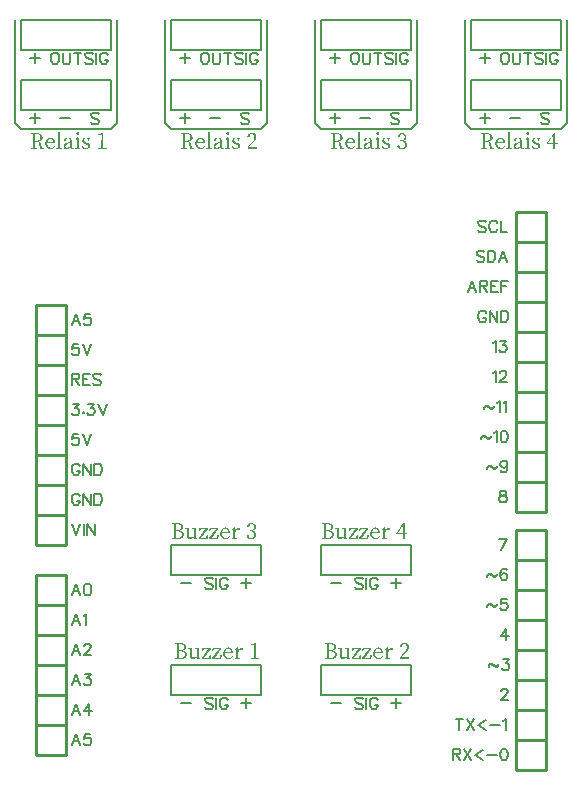
<source format=gto>
G04 Layer: TopSilkscreenLayer*
G04 EasyEDA v6.5.38, 2023-11-18 20:37:54*
G04 b8ba80685cd040f094fae154fa66d560,1f58bdd708a443c08c5fadb9c6478ee0,10*
G04 Gerber Generator version 0.2*
G04 Scale: 100 percent, Rotated: No, Reflected: No *
G04 Dimensions in millimeters *
G04 leading zeros omitted , absolute positions ,4 integer and 5 decimal *
%FSLAX45Y45*%
%MOMM*%

%ADD10C,0.2000*%
%ADD11C,0.1270*%
%ADD12C,0.2032*%
%ADD13C,0.2030*%
%ADD14C,0.2540*%
%ADD15C,0.0187*%

%LPD*%
G36*
X2370074Y1453134D02*
G01*
X2330196Y1442720D01*
X2330196Y1435862D01*
X2356104Y1438402D01*
X2355850Y1330706D01*
X2328164Y1326896D01*
X2328164Y1320800D01*
X2399792Y1320800D01*
X2399792Y1326896D01*
X2372614Y1330706D01*
X2372106Y1361948D01*
X2372106Y1423162D01*
X2372868Y1451102D01*
G37*
G36*
X1685036Y1451102D02*
G01*
X1685036Y1444244D01*
X1703324Y1442466D01*
X1703578Y1392174D01*
X1721357Y1392174D01*
X1721612Y1443482D01*
X1735328Y1443482D01*
X1742541Y1443126D01*
X1748789Y1442059D01*
X1754022Y1440230D01*
X1758289Y1437640D01*
X1761591Y1434236D01*
X1763928Y1429969D01*
X1765350Y1424838D01*
X1765807Y1418844D01*
X1765300Y1412443D01*
X1763775Y1406956D01*
X1761185Y1402384D01*
X1757527Y1398676D01*
X1752803Y1395780D01*
X1746961Y1393748D01*
X1739950Y1392580D01*
X1731772Y1392174D01*
X1703578Y1392174D01*
X1703578Y1384300D01*
X1732534Y1384300D01*
X1741982Y1383842D01*
X1750060Y1382522D01*
X1756765Y1380337D01*
X1762150Y1377238D01*
X1766265Y1373276D01*
X1769160Y1368450D01*
X1770837Y1362710D01*
X1771396Y1356106D01*
X1770837Y1349806D01*
X1769059Y1344320D01*
X1766163Y1339596D01*
X1762150Y1335735D01*
X1756918Y1332687D01*
X1750618Y1330452D01*
X1743151Y1329131D01*
X1734566Y1328674D01*
X1721612Y1328674D01*
X1721357Y1384300D01*
X1703578Y1384300D01*
X1703324Y1329436D01*
X1685036Y1327658D01*
X1685036Y1320800D01*
X1738375Y1320800D01*
X1747164Y1321155D01*
X1755089Y1322222D01*
X1762099Y1323848D01*
X1768246Y1326083D01*
X1773529Y1328775D01*
X1778050Y1331925D01*
X1781810Y1335430D01*
X1784807Y1339240D01*
X1787093Y1343304D01*
X1788718Y1347571D01*
X1789633Y1351940D01*
X1789938Y1356360D01*
X1789430Y1362202D01*
X1787753Y1367637D01*
X1785010Y1372666D01*
X1781048Y1377188D01*
X1775866Y1381150D01*
X1769364Y1384452D01*
X1761540Y1387043D01*
X1752346Y1388872D01*
X1760016Y1390954D01*
X1766519Y1393698D01*
X1771853Y1397000D01*
X1776120Y1400810D01*
X1779371Y1405077D01*
X1781606Y1409649D01*
X1782927Y1414526D01*
X1783334Y1419606D01*
X1783029Y1424076D01*
X1782114Y1428292D01*
X1780590Y1432255D01*
X1778457Y1435912D01*
X1775764Y1439214D01*
X1772462Y1442212D01*
X1768602Y1444802D01*
X1764131Y1446987D01*
X1759102Y1448765D01*
X1753514Y1450035D01*
X1747367Y1450848D01*
X1740662Y1451102D01*
G37*
G36*
X2140204Y1415796D02*
G01*
X2134260Y1415389D01*
X2128520Y1414221D01*
X2123033Y1412290D01*
X2117902Y1409598D01*
X2113127Y1406296D01*
X2108809Y1402283D01*
X2104999Y1397660D01*
X2101748Y1392428D01*
X2099106Y1386636D01*
X2097125Y1380337D01*
X2096197Y1375156D01*
X2112772Y1375156D01*
X2113991Y1383233D01*
X2116074Y1390091D01*
X2118868Y1395780D01*
X2122271Y1400352D01*
X2126132Y1403807D01*
X2130298Y1406245D01*
X2134717Y1407718D01*
X2139188Y1408176D01*
X2143760Y1407718D01*
X2147925Y1406347D01*
X2151583Y1404213D01*
X2154732Y1401419D01*
X2157272Y1398066D01*
X2159203Y1394256D01*
X2160371Y1390040D01*
X2160778Y1385570D01*
X2160320Y1381201D01*
X2158695Y1377848D01*
X2155545Y1375664D01*
X2150364Y1374902D01*
X2096197Y1375156D01*
X2095906Y1373530D01*
X2095500Y1366266D01*
X2095855Y1358900D01*
X2096922Y1352143D01*
X2098700Y1345895D01*
X2101088Y1340256D01*
X2104085Y1335227D01*
X2107641Y1330858D01*
X2111806Y1327048D01*
X2116429Y1323949D01*
X2121560Y1321460D01*
X2127097Y1319682D01*
X2133092Y1318615D01*
X2139442Y1318260D01*
X2145690Y1318666D01*
X2151481Y1319834D01*
X2156815Y1321714D01*
X2161641Y1324305D01*
X2166061Y1327505D01*
X2169922Y1331315D01*
X2173376Y1335735D01*
X2176272Y1340612D01*
X2172208Y1343152D01*
X2166874Y1337411D01*
X2160828Y1333042D01*
X2153666Y1330198D01*
X2145030Y1329182D01*
X2138172Y1329791D01*
X2131974Y1331620D01*
X2126488Y1334668D01*
X2121814Y1338884D01*
X2118004Y1344371D01*
X2115108Y1351026D01*
X2113280Y1358950D01*
X2112518Y1368044D01*
X2175256Y1367790D01*
X2176170Y1372463D01*
X2176526Y1378712D01*
X2176221Y1384249D01*
X2175306Y1389380D01*
X2173782Y1394155D01*
X2171750Y1398473D01*
X2169210Y1402384D01*
X2166162Y1405839D01*
X2162708Y1408785D01*
X2158898Y1411274D01*
X2154682Y1413205D01*
X2150110Y1414627D01*
X2145284Y1415491D01*
G37*
G36*
X2252726Y1415796D02*
G01*
X2248611Y1415338D01*
X2244547Y1414068D01*
X2240584Y1411986D01*
X2236774Y1409090D01*
X2233168Y1405483D01*
X2229866Y1401114D01*
X2226868Y1396085D01*
X2224278Y1390396D01*
X2222246Y1413764D01*
X2219706Y1415542D01*
X2192274Y1404874D01*
X2192274Y1399032D01*
X2207768Y1397508D01*
X2208276Y1371854D01*
X2207768Y1328928D01*
X2193544Y1326896D01*
X2193544Y1320800D01*
X2241042Y1320800D01*
X2241042Y1326896D01*
X2224786Y1329182D01*
X2224278Y1361694D01*
X2224278Y1376934D01*
X2227376Y1385214D01*
X2231186Y1392174D01*
X2235758Y1398016D01*
X2241296Y1402842D01*
X2243582Y1400556D01*
X2246426Y1398320D01*
X2249271Y1396644D01*
X2252370Y1395577D01*
X2255774Y1395222D01*
X2260701Y1396136D01*
X2264105Y1398778D01*
X2266086Y1402943D01*
X2266696Y1408430D01*
X2264410Y1411528D01*
X2261158Y1413814D01*
X2257145Y1415288D01*
G37*
G36*
X1828546Y1414526D02*
G01*
X1799843Y1411732D01*
X1799843Y1405890D01*
X1814068Y1403096D01*
X1813560Y1353566D01*
X1813915Y1344625D01*
X1815185Y1337106D01*
X1817268Y1331010D01*
X1820164Y1326184D01*
X1823821Y1322578D01*
X1828190Y1320139D01*
X1833270Y1318717D01*
X1838960Y1318260D01*
X1843532Y1318564D01*
X1848104Y1319428D01*
X1852625Y1320901D01*
X1857095Y1322984D01*
X1861413Y1325575D01*
X1865630Y1328775D01*
X1869693Y1332484D01*
X1873504Y1336802D01*
X1875282Y1319276D01*
X1902460Y1320800D01*
X1902460Y1326642D01*
X1888998Y1328928D01*
X1888998Y1385062D01*
X1889506Y1412494D01*
X1887728Y1414526D01*
X1859788Y1411478D01*
X1859788Y1405636D01*
X1873504Y1402842D01*
X1872996Y1343660D01*
X1866544Y1338122D01*
X1859788Y1334160D01*
X1852828Y1331772D01*
X1845818Y1330960D01*
X1838756Y1332179D01*
X1833676Y1336192D01*
X1830578Y1343406D01*
X1829562Y1354328D01*
X1829562Y1385062D01*
X1830578Y1412494D01*
G37*
G36*
X1917954Y1413002D02*
G01*
X1916684Y1384554D01*
X1925066Y1384046D01*
X1930907Y1405890D01*
X1971802Y1405890D01*
X1915414Y1326896D01*
X1915414Y1320800D01*
X1991360Y1320800D01*
X1993138Y1352042D01*
X1984502Y1352042D01*
X1978406Y1328166D01*
X1934464Y1328166D01*
X1990343Y1406906D01*
X1990343Y1413002D01*
G37*
G36*
X2006854Y1413002D02*
G01*
X2005330Y1384554D01*
X2013966Y1384046D01*
X2019554Y1405890D01*
X2060702Y1405890D01*
X2004314Y1326896D01*
X2004314Y1320800D01*
X2080006Y1320800D01*
X2082038Y1352042D01*
X2073148Y1352042D01*
X2067052Y1328166D01*
X2023110Y1328166D01*
X2079243Y1406906D01*
X2079243Y1413002D01*
G37*
G36*
X3631184Y1453896D02*
G01*
X3624072Y1453438D01*
X3617315Y1452067D01*
X3611067Y1449730D01*
X3605428Y1446479D01*
X3600602Y1442364D01*
X3596640Y1437284D01*
X3593744Y1431290D01*
X3592068Y1424432D01*
X3593846Y1421892D01*
X3596030Y1419961D01*
X3598672Y1418742D01*
X3601720Y1418336D01*
X3605072Y1418996D01*
X3607917Y1421130D01*
X3610305Y1424990D01*
X3612387Y1430782D01*
X3616198Y1445006D01*
X3621887Y1445818D01*
X3626612Y1446022D01*
X3631844Y1445514D01*
X3636568Y1444040D01*
X3640632Y1441704D01*
X3644087Y1438452D01*
X3646830Y1434439D01*
X3648811Y1429715D01*
X3650081Y1424330D01*
X3650487Y1418336D01*
X3650081Y1412544D01*
X3648811Y1406753D01*
X3646678Y1400810D01*
X3643680Y1394663D01*
X3639769Y1388262D01*
X3634943Y1381455D01*
X3629202Y1374140D01*
X3612337Y1354632D01*
X3593084Y1332992D01*
X3593084Y1320800D01*
X3673094Y1320800D01*
X3673094Y1335786D01*
X3605529Y1335786D01*
X3641445Y1373378D01*
X3651504Y1384808D01*
X3655517Y1389786D01*
X3658920Y1394460D01*
X3661664Y1398828D01*
X3663848Y1403045D01*
X3665524Y1407109D01*
X3666642Y1411122D01*
X3667302Y1415186D01*
X3667506Y1419352D01*
X3667251Y1424279D01*
X3666540Y1428953D01*
X3665372Y1433322D01*
X3663696Y1437335D01*
X3661460Y1440992D01*
X3658768Y1444244D01*
X3655517Y1447088D01*
X3651758Y1449476D01*
X3647490Y1451356D01*
X3642614Y1452727D01*
X3637178Y1453591D01*
G37*
G36*
X2955036Y1451102D02*
G01*
X2955036Y1444244D01*
X2973324Y1442466D01*
X2973578Y1392174D01*
X2991358Y1392174D01*
X2991612Y1443482D01*
X3005328Y1443482D01*
X3012541Y1443126D01*
X3018790Y1442059D01*
X3024022Y1440230D01*
X3028289Y1437640D01*
X3031591Y1434236D01*
X3033928Y1429969D01*
X3035350Y1424838D01*
X3035808Y1418844D01*
X3035300Y1412443D01*
X3033776Y1406956D01*
X3031185Y1402384D01*
X3027578Y1398676D01*
X3022803Y1395780D01*
X3016961Y1393748D01*
X3009950Y1392580D01*
X3001772Y1392174D01*
X2973578Y1392174D01*
X2973578Y1384300D01*
X3002534Y1384300D01*
X3011982Y1383842D01*
X3020060Y1382522D01*
X3026765Y1380337D01*
X3032150Y1377238D01*
X3036265Y1373276D01*
X3039160Y1368450D01*
X3040837Y1362710D01*
X3041396Y1356106D01*
X3040837Y1349806D01*
X3039059Y1344320D01*
X3036163Y1339596D01*
X3032150Y1335735D01*
X3026918Y1332687D01*
X3020618Y1330452D01*
X3013151Y1329131D01*
X3004566Y1328674D01*
X2991612Y1328674D01*
X2991358Y1384300D01*
X2973578Y1384300D01*
X2973324Y1329436D01*
X2955036Y1327658D01*
X2955036Y1320800D01*
X3008376Y1320800D01*
X3017164Y1321155D01*
X3025089Y1322222D01*
X3032099Y1323848D01*
X3038246Y1326083D01*
X3043529Y1328775D01*
X3048050Y1331925D01*
X3051810Y1335430D01*
X3054807Y1339240D01*
X3057093Y1343304D01*
X3058718Y1347571D01*
X3059633Y1351940D01*
X3059938Y1356360D01*
X3059430Y1362202D01*
X3057804Y1367637D01*
X3055010Y1372666D01*
X3051048Y1377188D01*
X3045866Y1381150D01*
X3039364Y1384452D01*
X3031540Y1387043D01*
X3022346Y1388872D01*
X3030016Y1390954D01*
X3036519Y1393698D01*
X3041853Y1397000D01*
X3046120Y1400810D01*
X3049371Y1405077D01*
X3051606Y1409649D01*
X3052927Y1414526D01*
X3053334Y1419606D01*
X3053029Y1424076D01*
X3052114Y1428292D01*
X3050590Y1432255D01*
X3048457Y1435912D01*
X3045764Y1439214D01*
X3042462Y1442212D01*
X3038602Y1444802D01*
X3034131Y1446987D01*
X3029102Y1448765D01*
X3023514Y1450035D01*
X3017367Y1450848D01*
X3010662Y1451102D01*
G37*
G36*
X3410204Y1415796D02*
G01*
X3404260Y1415389D01*
X3398520Y1414221D01*
X3393033Y1412290D01*
X3387902Y1409598D01*
X3383127Y1406296D01*
X3378809Y1402283D01*
X3374999Y1397660D01*
X3371748Y1392428D01*
X3369106Y1386636D01*
X3367125Y1380337D01*
X3366197Y1375156D01*
X3382772Y1375156D01*
X3383991Y1383233D01*
X3386074Y1390091D01*
X3388868Y1395780D01*
X3392271Y1400352D01*
X3396132Y1403807D01*
X3400298Y1406245D01*
X3404717Y1407718D01*
X3409187Y1408176D01*
X3413760Y1407718D01*
X3417925Y1406347D01*
X3421583Y1404213D01*
X3424732Y1401419D01*
X3427272Y1398066D01*
X3429203Y1394256D01*
X3430371Y1390040D01*
X3430778Y1385570D01*
X3430320Y1381201D01*
X3428695Y1377848D01*
X3425545Y1375664D01*
X3420364Y1374902D01*
X3366197Y1375156D01*
X3365906Y1373530D01*
X3365500Y1366266D01*
X3365855Y1358900D01*
X3366922Y1352143D01*
X3368700Y1345895D01*
X3371087Y1340256D01*
X3374085Y1335227D01*
X3377641Y1330858D01*
X3381806Y1327048D01*
X3386429Y1323949D01*
X3391560Y1321460D01*
X3397097Y1319682D01*
X3403092Y1318615D01*
X3409442Y1318260D01*
X3415690Y1318666D01*
X3421481Y1319834D01*
X3426815Y1321714D01*
X3431641Y1324305D01*
X3436061Y1327505D01*
X3439922Y1331315D01*
X3443376Y1335735D01*
X3446272Y1340612D01*
X3442208Y1343152D01*
X3436874Y1337411D01*
X3430828Y1333042D01*
X3423665Y1330198D01*
X3415029Y1329182D01*
X3408172Y1329791D01*
X3401974Y1331620D01*
X3396487Y1334668D01*
X3391814Y1338884D01*
X3388004Y1344371D01*
X3385108Y1351026D01*
X3383279Y1358950D01*
X3382518Y1368044D01*
X3445256Y1367790D01*
X3446170Y1372463D01*
X3446526Y1378712D01*
X3446221Y1384249D01*
X3445306Y1389380D01*
X3443782Y1394155D01*
X3441750Y1398473D01*
X3439210Y1402384D01*
X3436162Y1405839D01*
X3432708Y1408785D01*
X3428898Y1411274D01*
X3424682Y1413205D01*
X3420110Y1414627D01*
X3415284Y1415491D01*
G37*
G36*
X3522726Y1415796D02*
G01*
X3518611Y1415338D01*
X3514547Y1414068D01*
X3510584Y1411986D01*
X3506774Y1409090D01*
X3503168Y1405483D01*
X3499865Y1401114D01*
X3496868Y1396085D01*
X3494278Y1390396D01*
X3492246Y1413764D01*
X3489706Y1415542D01*
X3462274Y1404874D01*
X3462274Y1399032D01*
X3477768Y1397508D01*
X3478276Y1371854D01*
X3477768Y1328928D01*
X3463544Y1326896D01*
X3463544Y1320800D01*
X3511042Y1320800D01*
X3511042Y1326896D01*
X3494786Y1329182D01*
X3494278Y1361694D01*
X3494278Y1376934D01*
X3497376Y1385214D01*
X3501186Y1392174D01*
X3505758Y1398016D01*
X3511296Y1402842D01*
X3513582Y1400556D01*
X3516426Y1398320D01*
X3519271Y1396644D01*
X3522370Y1395577D01*
X3525774Y1395222D01*
X3530701Y1396136D01*
X3534105Y1398778D01*
X3536086Y1402943D01*
X3536696Y1408430D01*
X3534410Y1411528D01*
X3531158Y1413814D01*
X3527145Y1415288D01*
G37*
G36*
X3098546Y1414526D02*
G01*
X3069844Y1411732D01*
X3069844Y1405890D01*
X3084068Y1403096D01*
X3083560Y1353566D01*
X3083915Y1344625D01*
X3085185Y1337106D01*
X3087268Y1331010D01*
X3090164Y1326184D01*
X3093821Y1322578D01*
X3098190Y1320139D01*
X3103270Y1318717D01*
X3108960Y1318260D01*
X3113532Y1318564D01*
X3118104Y1319428D01*
X3122625Y1320901D01*
X3127095Y1322984D01*
X3131413Y1325575D01*
X3135630Y1328775D01*
X3139694Y1332484D01*
X3143504Y1336802D01*
X3145282Y1319276D01*
X3172460Y1320800D01*
X3172460Y1326642D01*
X3158998Y1328928D01*
X3158998Y1385062D01*
X3159506Y1412494D01*
X3157728Y1414526D01*
X3129788Y1411478D01*
X3129788Y1405636D01*
X3143504Y1402842D01*
X3142996Y1343660D01*
X3136544Y1338122D01*
X3129788Y1334160D01*
X3122828Y1331772D01*
X3115818Y1330960D01*
X3108756Y1332179D01*
X3103676Y1336192D01*
X3100578Y1343406D01*
X3099562Y1354328D01*
X3099562Y1385062D01*
X3100578Y1412494D01*
G37*
G36*
X3187954Y1413002D02*
G01*
X3186684Y1384554D01*
X3195066Y1384046D01*
X3200908Y1405890D01*
X3241802Y1405890D01*
X3185414Y1326896D01*
X3185414Y1320800D01*
X3261360Y1320800D01*
X3263138Y1352042D01*
X3254502Y1352042D01*
X3248406Y1328166D01*
X3204464Y1328166D01*
X3260344Y1406906D01*
X3260344Y1413002D01*
G37*
G36*
X3276854Y1413002D02*
G01*
X3275329Y1384554D01*
X3283965Y1384046D01*
X3289554Y1405890D01*
X3330701Y1405890D01*
X3274314Y1326896D01*
X3274314Y1320800D01*
X3350006Y1320800D01*
X3352037Y1352042D01*
X3343148Y1352042D01*
X3337051Y1328166D01*
X3293110Y1328166D01*
X3349244Y1406906D01*
X3349244Y1413002D01*
G37*
G36*
X2336546Y2469896D02*
G01*
X2330043Y2469489D01*
X2323846Y2468321D01*
X2318156Y2466340D01*
X2313025Y2463596D01*
X2308606Y2460091D01*
X2304897Y2455773D01*
X2302052Y2450642D01*
X2300224Y2444750D01*
X2301798Y2441549D01*
X2303830Y2439416D01*
X2306269Y2438247D01*
X2309114Y2437892D01*
X2313228Y2438603D01*
X2316226Y2440787D01*
X2318461Y2444546D01*
X2320290Y2449830D01*
X2323338Y2461006D01*
X2325928Y2461615D01*
X2330805Y2462022D01*
X2338425Y2461615D01*
X2343200Y2460396D01*
X2347315Y2458415D01*
X2350770Y2455672D01*
X2353513Y2452166D01*
X2355494Y2447899D01*
X2356713Y2442870D01*
X2357120Y2437130D01*
X2356612Y2430932D01*
X2355088Y2425496D01*
X2352649Y2420823D01*
X2349347Y2416962D01*
X2345283Y2413914D01*
X2340406Y2411730D01*
X2334869Y2410409D01*
X2328672Y2409952D01*
X2321052Y2409952D01*
X2321052Y2401062D01*
X2330196Y2401062D01*
X2337257Y2400554D01*
X2343404Y2399030D01*
X2348585Y2396540D01*
X2352852Y2393188D01*
X2356154Y2388971D01*
X2358542Y2383942D01*
X2359964Y2378100D01*
X2360422Y2371598D01*
X2359914Y2365298D01*
X2358440Y2359558D01*
X2356053Y2354478D01*
X2352751Y2350160D01*
X2348585Y2346655D01*
X2343607Y2344064D01*
X2337816Y2342438D01*
X2331212Y2341880D01*
X2325674Y2342134D01*
X2319782Y2343150D01*
X2316734Y2354834D01*
X2314956Y2360574D01*
X2312822Y2364536D01*
X2309977Y2366822D01*
X2306066Y2367534D01*
X2303170Y2367178D01*
X2300579Y2366010D01*
X2298446Y2364079D01*
X2296668Y2361438D01*
X2298496Y2354783D01*
X2301240Y2349144D01*
X2304897Y2344470D01*
X2309317Y2340711D01*
X2314549Y2337816D01*
X2320442Y2335834D01*
X2326944Y2334666D01*
X2334006Y2334260D01*
X2340305Y2334564D01*
X2346198Y2335530D01*
X2351735Y2337054D01*
X2356764Y2339136D01*
X2361387Y2341727D01*
X2365451Y2344826D01*
X2368956Y2348331D01*
X2371953Y2352243D01*
X2374290Y2356561D01*
X2376017Y2361184D01*
X2377084Y2366111D01*
X2377440Y2371344D01*
X2376982Y2377592D01*
X2375560Y2383434D01*
X2373172Y2388717D01*
X2369769Y2393442D01*
X2365400Y2397556D01*
X2359964Y2401011D01*
X2353513Y2403703D01*
X2345944Y2405634D01*
X2352243Y2408021D01*
X2357729Y2410917D01*
X2362454Y2414320D01*
X2366314Y2418232D01*
X2369362Y2422550D01*
X2371598Y2427325D01*
X2372918Y2432456D01*
X2373376Y2437892D01*
X2372715Y2444750D01*
X2370785Y2450947D01*
X2367686Y2456383D01*
X2363419Y2461056D01*
X2358136Y2464816D01*
X2351836Y2467559D01*
X2344623Y2469286D01*
G37*
G36*
X1659636Y2467102D02*
G01*
X1659636Y2460244D01*
X1677924Y2458466D01*
X1678178Y2408174D01*
X1695957Y2408174D01*
X1696212Y2459482D01*
X1709928Y2459482D01*
X1717141Y2459126D01*
X1723389Y2458059D01*
X1728622Y2456230D01*
X1732889Y2453640D01*
X1736191Y2450236D01*
X1738528Y2445969D01*
X1739950Y2440838D01*
X1740407Y2434844D01*
X1739900Y2428443D01*
X1738375Y2422956D01*
X1735785Y2418384D01*
X1732127Y2414676D01*
X1727403Y2411780D01*
X1721561Y2409748D01*
X1714550Y2408580D01*
X1706372Y2408174D01*
X1678178Y2408174D01*
X1678178Y2400300D01*
X1707134Y2400300D01*
X1716582Y2399842D01*
X1724660Y2398522D01*
X1731365Y2396337D01*
X1736750Y2393238D01*
X1740865Y2389276D01*
X1743760Y2384450D01*
X1745437Y2378710D01*
X1745996Y2372106D01*
X1745437Y2365806D01*
X1743659Y2360320D01*
X1740763Y2355596D01*
X1736750Y2351735D01*
X1731518Y2348687D01*
X1725218Y2346452D01*
X1717751Y2345131D01*
X1709166Y2344674D01*
X1696212Y2344674D01*
X1695957Y2400300D01*
X1678178Y2400300D01*
X1677924Y2345436D01*
X1659636Y2343658D01*
X1659636Y2336800D01*
X1712975Y2336800D01*
X1721764Y2337155D01*
X1729689Y2338222D01*
X1736699Y2339848D01*
X1742846Y2342083D01*
X1748129Y2344775D01*
X1752650Y2347925D01*
X1756410Y2351430D01*
X1759407Y2355240D01*
X1761693Y2359304D01*
X1763318Y2363571D01*
X1764233Y2367940D01*
X1764538Y2372360D01*
X1764030Y2378202D01*
X1762353Y2383637D01*
X1759610Y2388666D01*
X1755648Y2393188D01*
X1750466Y2397150D01*
X1743964Y2400452D01*
X1736140Y2403043D01*
X1726946Y2404872D01*
X1734616Y2406954D01*
X1741119Y2409698D01*
X1746453Y2413000D01*
X1750720Y2416810D01*
X1753971Y2421077D01*
X1756206Y2425649D01*
X1757527Y2430526D01*
X1757934Y2435606D01*
X1757629Y2440076D01*
X1756714Y2444292D01*
X1755190Y2448255D01*
X1753057Y2451912D01*
X1750364Y2455214D01*
X1747062Y2458212D01*
X1743202Y2460802D01*
X1738731Y2462987D01*
X1733702Y2464765D01*
X1728114Y2466035D01*
X1721967Y2466848D01*
X1715262Y2467102D01*
G37*
G36*
X2114804Y2431796D02*
G01*
X2108860Y2431389D01*
X2103120Y2430221D01*
X2097633Y2428290D01*
X2092502Y2425598D01*
X2087727Y2422245D01*
X2083409Y2418283D01*
X2079599Y2413660D01*
X2076348Y2408428D01*
X2073706Y2402636D01*
X2071725Y2396337D01*
X2070797Y2391156D01*
X2087372Y2391156D01*
X2088591Y2399233D01*
X2090674Y2406091D01*
X2093468Y2411780D01*
X2096871Y2416352D01*
X2100732Y2419807D01*
X2104898Y2422245D01*
X2109317Y2423718D01*
X2113788Y2424176D01*
X2118360Y2423718D01*
X2122525Y2422347D01*
X2126183Y2420213D01*
X2129332Y2417419D01*
X2131872Y2414066D01*
X2133803Y2410256D01*
X2134971Y2406040D01*
X2135378Y2401570D01*
X2134920Y2397201D01*
X2133295Y2393848D01*
X2130145Y2391664D01*
X2124964Y2390902D01*
X2070797Y2391156D01*
X2070506Y2389530D01*
X2070100Y2382266D01*
X2070455Y2374900D01*
X2071522Y2368143D01*
X2073300Y2361895D01*
X2075688Y2356256D01*
X2078685Y2351227D01*
X2082241Y2346858D01*
X2086406Y2343048D01*
X2091029Y2339949D01*
X2096160Y2337460D01*
X2101697Y2335682D01*
X2107692Y2334615D01*
X2114042Y2334260D01*
X2120290Y2334666D01*
X2126081Y2335834D01*
X2131415Y2337714D01*
X2136241Y2340305D01*
X2140661Y2343505D01*
X2144522Y2347315D01*
X2147976Y2351735D01*
X2150872Y2356612D01*
X2146808Y2359152D01*
X2141474Y2353411D01*
X2135428Y2349042D01*
X2128266Y2346198D01*
X2119630Y2345182D01*
X2112772Y2345791D01*
X2106574Y2347620D01*
X2101088Y2350668D01*
X2096414Y2354884D01*
X2092604Y2360371D01*
X2089708Y2367026D01*
X2087880Y2374950D01*
X2087118Y2384044D01*
X2149856Y2383790D01*
X2150770Y2388463D01*
X2151126Y2394712D01*
X2150821Y2400249D01*
X2149906Y2405380D01*
X2148382Y2410155D01*
X2146350Y2414473D01*
X2143810Y2418384D01*
X2140762Y2421839D01*
X2137308Y2424785D01*
X2133498Y2427274D01*
X2129282Y2429205D01*
X2124710Y2430627D01*
X2119884Y2431491D01*
G37*
G36*
X2227326Y2431796D02*
G01*
X2223211Y2431338D01*
X2219147Y2430068D01*
X2215184Y2427986D01*
X2211374Y2425090D01*
X2207768Y2421483D01*
X2204466Y2417114D01*
X2201468Y2412085D01*
X2198878Y2406396D01*
X2196846Y2429764D01*
X2194306Y2431542D01*
X2166874Y2420874D01*
X2166874Y2415032D01*
X2182368Y2413508D01*
X2182876Y2387854D01*
X2182368Y2344928D01*
X2168144Y2342896D01*
X2168144Y2336800D01*
X2215642Y2336800D01*
X2215642Y2342896D01*
X2199386Y2345182D01*
X2198878Y2377694D01*
X2198878Y2392934D01*
X2201976Y2401214D01*
X2205786Y2408174D01*
X2210358Y2414016D01*
X2215896Y2418842D01*
X2218182Y2416556D01*
X2221026Y2414320D01*
X2223871Y2412644D01*
X2226970Y2411577D01*
X2230374Y2411222D01*
X2235301Y2412136D01*
X2238705Y2414778D01*
X2240686Y2418943D01*
X2241296Y2424430D01*
X2239010Y2427528D01*
X2235758Y2429814D01*
X2231745Y2431288D01*
G37*
G36*
X1803146Y2430526D02*
G01*
X1774443Y2427732D01*
X1774443Y2421890D01*
X1788668Y2419096D01*
X1788160Y2369566D01*
X1788515Y2360625D01*
X1789785Y2353106D01*
X1791919Y2347010D01*
X1794865Y2342184D01*
X1798523Y2338578D01*
X1802892Y2336139D01*
X1807921Y2334717D01*
X1813560Y2334260D01*
X1818132Y2334564D01*
X1822704Y2335428D01*
X1827225Y2336901D01*
X1831695Y2338984D01*
X1836013Y2341575D01*
X1840230Y2344775D01*
X1844293Y2348484D01*
X1848104Y2352802D01*
X1849882Y2335276D01*
X1877060Y2336800D01*
X1877060Y2342642D01*
X1863598Y2344928D01*
X1863598Y2401062D01*
X1864106Y2428494D01*
X1862328Y2430526D01*
X1834388Y2427478D01*
X1834388Y2421636D01*
X1848104Y2418842D01*
X1847596Y2359660D01*
X1841144Y2354122D01*
X1834388Y2350160D01*
X1827428Y2347772D01*
X1820418Y2346960D01*
X1813356Y2348179D01*
X1808276Y2352192D01*
X1805178Y2359406D01*
X1804162Y2370328D01*
X1804162Y2401062D01*
X1805178Y2428494D01*
G37*
G36*
X1892554Y2429002D02*
G01*
X1891284Y2400554D01*
X1899666Y2400046D01*
X1905507Y2421890D01*
X1946402Y2421890D01*
X1890014Y2342896D01*
X1890014Y2336800D01*
X1965960Y2336800D01*
X1967738Y2368042D01*
X1959102Y2368042D01*
X1953006Y2344166D01*
X1909064Y2344166D01*
X1964943Y2422906D01*
X1964943Y2429002D01*
G37*
G36*
X1981454Y2429002D02*
G01*
X1979930Y2400554D01*
X1988566Y2400046D01*
X1994154Y2421890D01*
X2035302Y2421890D01*
X1978914Y2342896D01*
X1978914Y2336800D01*
X2054606Y2336800D01*
X2056638Y2368042D01*
X2047748Y2368042D01*
X2041652Y2344166D01*
X1997710Y2344166D01*
X2053843Y2422906D01*
X2053843Y2429002D01*
G37*
G36*
X3621024Y2469134D02*
G01*
X3564611Y2388616D01*
X3573272Y2388616D01*
X3616198Y2450846D01*
X3616198Y2388616D01*
X3564611Y2388616D01*
X3563365Y2386838D01*
X3563365Y2377440D01*
X3616198Y2377440D01*
X3616198Y2336800D01*
X3631946Y2336800D01*
X3631946Y2377440D01*
X3652520Y2377440D01*
X3652520Y2388616D01*
X3631946Y2388616D01*
X3631946Y2469134D01*
G37*
G36*
X2929636Y2467102D02*
G01*
X2929636Y2460244D01*
X2947924Y2458466D01*
X2948178Y2408174D01*
X2965958Y2408174D01*
X2966212Y2459482D01*
X2979928Y2459482D01*
X2987141Y2459126D01*
X2993390Y2458059D01*
X2998622Y2456230D01*
X3002889Y2453640D01*
X3006191Y2450236D01*
X3008528Y2445969D01*
X3009950Y2440838D01*
X3010408Y2434844D01*
X3009900Y2428443D01*
X3008376Y2422956D01*
X3005785Y2418384D01*
X3002178Y2414676D01*
X2997403Y2411780D01*
X2991561Y2409748D01*
X2984550Y2408580D01*
X2976372Y2408174D01*
X2948178Y2408174D01*
X2948178Y2400300D01*
X2977134Y2400300D01*
X2986582Y2399842D01*
X2994660Y2398522D01*
X3001365Y2396337D01*
X3006750Y2393238D01*
X3010865Y2389276D01*
X3013760Y2384450D01*
X3015437Y2378710D01*
X3015996Y2372106D01*
X3015437Y2365806D01*
X3013659Y2360320D01*
X3010763Y2355596D01*
X3006750Y2351735D01*
X3001518Y2348687D01*
X2995218Y2346452D01*
X2987751Y2345131D01*
X2979166Y2344674D01*
X2966212Y2344674D01*
X2965958Y2400300D01*
X2948178Y2400300D01*
X2947924Y2345436D01*
X2929636Y2343658D01*
X2929636Y2336800D01*
X2982976Y2336800D01*
X2991764Y2337155D01*
X2999689Y2338222D01*
X3006699Y2339848D01*
X3012846Y2342083D01*
X3018129Y2344775D01*
X3022650Y2347925D01*
X3026410Y2351430D01*
X3029407Y2355240D01*
X3031693Y2359304D01*
X3033318Y2363571D01*
X3034233Y2367940D01*
X3034538Y2372360D01*
X3034030Y2378202D01*
X3032404Y2383637D01*
X3029610Y2388666D01*
X3025648Y2393188D01*
X3020466Y2397150D01*
X3013964Y2400452D01*
X3006140Y2403043D01*
X2996946Y2404872D01*
X3004616Y2406954D01*
X3011119Y2409698D01*
X3016453Y2413000D01*
X3020720Y2416810D01*
X3023971Y2421077D01*
X3026206Y2425649D01*
X3027527Y2430526D01*
X3027934Y2435606D01*
X3027629Y2440076D01*
X3026714Y2444292D01*
X3025190Y2448255D01*
X3023057Y2451912D01*
X3020364Y2455214D01*
X3017062Y2458212D01*
X3013202Y2460802D01*
X3008731Y2462987D01*
X3003702Y2464765D01*
X2998114Y2466035D01*
X2991967Y2466848D01*
X2985262Y2467102D01*
G37*
G36*
X3384804Y2431796D02*
G01*
X3378860Y2431389D01*
X3373120Y2430221D01*
X3367633Y2428290D01*
X3362502Y2425598D01*
X3357727Y2422245D01*
X3353409Y2418283D01*
X3349599Y2413660D01*
X3346348Y2408428D01*
X3343706Y2402636D01*
X3341725Y2396337D01*
X3340797Y2391156D01*
X3357372Y2391156D01*
X3358591Y2399233D01*
X3360674Y2406091D01*
X3363468Y2411780D01*
X3366871Y2416352D01*
X3370732Y2419807D01*
X3374898Y2422245D01*
X3379317Y2423718D01*
X3383787Y2424176D01*
X3388360Y2423718D01*
X3392525Y2422347D01*
X3396183Y2420213D01*
X3399332Y2417419D01*
X3401872Y2414066D01*
X3403803Y2410256D01*
X3404971Y2406040D01*
X3405378Y2401570D01*
X3404920Y2397201D01*
X3403295Y2393848D01*
X3400145Y2391664D01*
X3394964Y2390902D01*
X3340797Y2391156D01*
X3340506Y2389530D01*
X3340100Y2382266D01*
X3340455Y2374900D01*
X3341522Y2368143D01*
X3343300Y2361895D01*
X3345687Y2356256D01*
X3348685Y2351227D01*
X3352241Y2346858D01*
X3356406Y2343048D01*
X3361029Y2339949D01*
X3366160Y2337460D01*
X3371697Y2335682D01*
X3377692Y2334615D01*
X3384042Y2334260D01*
X3390290Y2334666D01*
X3396081Y2335834D01*
X3401415Y2337714D01*
X3406241Y2340305D01*
X3410661Y2343505D01*
X3414522Y2347315D01*
X3417976Y2351735D01*
X3420872Y2356612D01*
X3416808Y2359152D01*
X3411474Y2353411D01*
X3405428Y2349042D01*
X3398265Y2346198D01*
X3389629Y2345182D01*
X3382772Y2345791D01*
X3376574Y2347620D01*
X3371087Y2350668D01*
X3366414Y2354884D01*
X3362604Y2360371D01*
X3359708Y2367026D01*
X3357879Y2374950D01*
X3357118Y2384044D01*
X3419856Y2383790D01*
X3420770Y2388463D01*
X3421126Y2394712D01*
X3420821Y2400249D01*
X3419906Y2405380D01*
X3418382Y2410155D01*
X3416350Y2414473D01*
X3413810Y2418384D01*
X3410762Y2421839D01*
X3407308Y2424785D01*
X3403498Y2427274D01*
X3399282Y2429205D01*
X3394710Y2430627D01*
X3389884Y2431491D01*
G37*
G36*
X3497326Y2431796D02*
G01*
X3493211Y2431338D01*
X3489147Y2430068D01*
X3485184Y2427986D01*
X3481374Y2425090D01*
X3477768Y2421483D01*
X3474465Y2417114D01*
X3471468Y2412085D01*
X3468878Y2406396D01*
X3466846Y2429764D01*
X3464306Y2431542D01*
X3436874Y2420874D01*
X3436874Y2415032D01*
X3452368Y2413508D01*
X3452876Y2387854D01*
X3452368Y2344928D01*
X3438144Y2342896D01*
X3438144Y2336800D01*
X3485642Y2336800D01*
X3485642Y2342896D01*
X3469386Y2345182D01*
X3468878Y2377694D01*
X3468878Y2392934D01*
X3471976Y2401214D01*
X3475786Y2408174D01*
X3480358Y2414016D01*
X3485896Y2418842D01*
X3488182Y2416556D01*
X3491026Y2414320D01*
X3493871Y2412644D01*
X3496970Y2411577D01*
X3500374Y2411222D01*
X3505301Y2412136D01*
X3508705Y2414778D01*
X3510686Y2418943D01*
X3511296Y2424430D01*
X3509010Y2427528D01*
X3505758Y2429814D01*
X3501745Y2431288D01*
G37*
G36*
X3073146Y2430526D02*
G01*
X3044444Y2427732D01*
X3044444Y2421890D01*
X3058668Y2419096D01*
X3058160Y2369566D01*
X3058515Y2360625D01*
X3059785Y2353106D01*
X3061868Y2347010D01*
X3064764Y2342184D01*
X3068421Y2338578D01*
X3072790Y2336139D01*
X3077870Y2334717D01*
X3083560Y2334260D01*
X3088132Y2334564D01*
X3092704Y2335428D01*
X3097225Y2336901D01*
X3101695Y2338984D01*
X3106013Y2341575D01*
X3110230Y2344775D01*
X3114294Y2348484D01*
X3118104Y2352802D01*
X3119882Y2335276D01*
X3147060Y2336800D01*
X3147060Y2342642D01*
X3133598Y2344928D01*
X3133598Y2401062D01*
X3134106Y2428494D01*
X3132328Y2430526D01*
X3104388Y2427478D01*
X3104388Y2421636D01*
X3118104Y2418842D01*
X3117596Y2359660D01*
X3111144Y2354122D01*
X3104388Y2350160D01*
X3097428Y2347772D01*
X3090418Y2346960D01*
X3083356Y2348179D01*
X3078276Y2352192D01*
X3075178Y2359406D01*
X3074162Y2370328D01*
X3074162Y2401062D01*
X3075178Y2428494D01*
G37*
G36*
X3162554Y2429002D02*
G01*
X3161284Y2400554D01*
X3169666Y2400046D01*
X3175508Y2421890D01*
X3216402Y2421890D01*
X3160014Y2342896D01*
X3160014Y2336800D01*
X3235960Y2336800D01*
X3237738Y2368042D01*
X3229102Y2368042D01*
X3223006Y2344166D01*
X3179064Y2344166D01*
X3234944Y2422906D01*
X3234944Y2429002D01*
G37*
G36*
X3251453Y2429002D02*
G01*
X3249930Y2400554D01*
X3258565Y2400046D01*
X3264153Y2421890D01*
X3305301Y2421890D01*
X3248914Y2342896D01*
X3248914Y2336800D01*
X3324606Y2336800D01*
X3326637Y2368042D01*
X3317748Y2368042D01*
X3311651Y2344166D01*
X3267710Y2344166D01*
X3323844Y2422906D01*
X3323844Y2429002D01*
G37*
G36*
X714248Y5782818D02*
G01*
X684022Y5774690D01*
X684022Y5768848D01*
X700024Y5767324D01*
X699973Y5671566D01*
X699516Y5646928D01*
X684022Y5644896D01*
X684022Y5638800D01*
X732028Y5638800D01*
X732028Y5644896D01*
X716280Y5646928D01*
X716076Y5663336D01*
X716026Y5753608D01*
X716788Y5781294D01*
G37*
G36*
X864616Y5780024D02*
G01*
X859688Y5779160D01*
X855726Y5776722D01*
X853135Y5772962D01*
X852169Y5768086D01*
X853135Y5763310D01*
X855726Y5759399D01*
X859688Y5756859D01*
X864616Y5755894D01*
X869442Y5756859D01*
X873404Y5759399D01*
X876096Y5763310D01*
X877062Y5768086D01*
X876096Y5772962D01*
X873404Y5776722D01*
X869442Y5779160D01*
G37*
G36*
X1080008Y5771134D02*
G01*
X1040130Y5760720D01*
X1040130Y5753862D01*
X1066038Y5756402D01*
X1065987Y5672124D01*
X1065530Y5648706D01*
X1037844Y5644896D01*
X1037844Y5638800D01*
X1109726Y5638800D01*
X1109726Y5644896D01*
X1082294Y5648706D01*
X1082090Y5664352D01*
X1082040Y5741162D01*
X1082802Y5769102D01*
G37*
G36*
X465835Y5769102D02*
G01*
X465835Y5762244D01*
X484124Y5760466D01*
X484378Y5707126D01*
X502158Y5707126D01*
X502412Y5761482D01*
X519430Y5761482D01*
X526592Y5761024D01*
X532739Y5759704D01*
X537870Y5757519D01*
X541985Y5754573D01*
X545185Y5750814D01*
X547420Y5746242D01*
X548690Y5741009D01*
X549148Y5735066D01*
X548640Y5729274D01*
X547217Y5723940D01*
X544779Y5719216D01*
X541324Y5715101D01*
X536956Y5711748D01*
X531571Y5709259D01*
X525221Y5707684D01*
X517906Y5707126D01*
X484378Y5707126D01*
X484124Y5647436D01*
X465835Y5645658D01*
X465835Y5638800D01*
X520700Y5638800D01*
X520700Y5645658D01*
X502412Y5647690D01*
X502158Y5699506D01*
X512572Y5699506D01*
X518159Y5699302D01*
X522935Y5698693D01*
X526948Y5697575D01*
X530352Y5695746D01*
X533196Y5693206D01*
X535482Y5689854D01*
X537413Y5685536D01*
X538988Y5680202D01*
X546862Y5649214D01*
X549249Y5643524D01*
X553161Y5639663D01*
X558850Y5637479D01*
X566674Y5636768D01*
X571042Y5636920D01*
X575005Y5637326D01*
X578459Y5637936D01*
X581406Y5638800D01*
X581406Y5645658D01*
X566420Y5646928D01*
X557276Y5677662D01*
X553567Y5687314D01*
X548640Y5694426D01*
X542188Y5699252D01*
X533908Y5702046D01*
X541782Y5703976D01*
X548589Y5706719D01*
X554329Y5710174D01*
X559054Y5714288D01*
X562711Y5718860D01*
X565353Y5723940D01*
X566928Y5729376D01*
X567436Y5735066D01*
X567080Y5740196D01*
X566013Y5744972D01*
X564235Y5749391D01*
X561797Y5753354D01*
X558698Y5756960D01*
X554990Y5760110D01*
X550672Y5762802D01*
X545744Y5765038D01*
X540207Y5766765D01*
X534162Y5768086D01*
X527558Y5768848D01*
X520446Y5769102D01*
G37*
G36*
X635254Y5733796D02*
G01*
X629361Y5733389D01*
X623671Y5732221D01*
X618236Y5730290D01*
X613105Y5727598D01*
X608380Y5724245D01*
X604062Y5720283D01*
X600252Y5715660D01*
X597001Y5710428D01*
X594410Y5704636D01*
X592429Y5698337D01*
X591501Y5693156D01*
X608076Y5693156D01*
X609244Y5701233D01*
X611276Y5708091D01*
X614070Y5713780D01*
X617474Y5718352D01*
X621334Y5721807D01*
X625602Y5724245D01*
X630021Y5725718D01*
X634492Y5726176D01*
X639064Y5725718D01*
X643229Y5724347D01*
X646887Y5722213D01*
X650036Y5719419D01*
X652576Y5716066D01*
X654507Y5712256D01*
X655675Y5708040D01*
X656082Y5703570D01*
X655624Y5699201D01*
X653999Y5695848D01*
X650748Y5693664D01*
X645414Y5692902D01*
X591501Y5693156D01*
X591210Y5691530D01*
X590804Y5684266D01*
X591159Y5676900D01*
X592226Y5670143D01*
X594004Y5663895D01*
X596392Y5658256D01*
X599389Y5653227D01*
X602945Y5648858D01*
X607110Y5645048D01*
X611733Y5641949D01*
X616864Y5639460D01*
X622401Y5637682D01*
X628396Y5636615D01*
X634746Y5636260D01*
X640994Y5636666D01*
X646785Y5637834D01*
X652119Y5639714D01*
X656945Y5642305D01*
X661365Y5645505D01*
X665226Y5649315D01*
X668680Y5653735D01*
X671576Y5658612D01*
X667512Y5661152D01*
X662178Y5655411D01*
X656082Y5651042D01*
X648868Y5648198D01*
X640080Y5647182D01*
X633222Y5647791D01*
X627024Y5649620D01*
X621588Y5652668D01*
X616915Y5656884D01*
X613105Y5662371D01*
X610311Y5669026D01*
X608482Y5676950D01*
X607822Y5686044D01*
X670306Y5685790D01*
X670966Y5687923D01*
X671728Y5693410D01*
X671830Y5696712D01*
X671525Y5702249D01*
X670560Y5707380D01*
X669086Y5712155D01*
X667054Y5716473D01*
X664464Y5720384D01*
X661466Y5723839D01*
X657961Y5726785D01*
X654100Y5729274D01*
X649884Y5731205D01*
X645261Y5732627D01*
X640384Y5733491D01*
G37*
G36*
X784860Y5733796D02*
G01*
X777595Y5733389D01*
X770991Y5732119D01*
X764997Y5730087D01*
X759764Y5727344D01*
X755345Y5723890D01*
X751687Y5719775D01*
X748995Y5715000D01*
X747268Y5709666D01*
X748080Y5706465D01*
X749757Y5704179D01*
X752398Y5702757D01*
X755904Y5702300D01*
X759358Y5702858D01*
X762050Y5704586D01*
X764133Y5707430D01*
X765556Y5711444D01*
X769366Y5724652D01*
X775157Y5725769D01*
X780542Y5726176D01*
X785063Y5725922D01*
X788924Y5725109D01*
X792124Y5723636D01*
X794664Y5721350D01*
X796645Y5718149D01*
X798017Y5713984D01*
X798830Y5708650D01*
X799084Y5695950D01*
X787247Y5692952D01*
X781710Y5691327D01*
X776732Y5689600D01*
X768045Y5686196D01*
X760984Y5682792D01*
X755345Y5679389D01*
X751078Y5675934D01*
X747979Y5672277D01*
X745947Y5668467D01*
X744829Y5664454D01*
X744704Y5662930D01*
X760984Y5662930D01*
X761746Y5668213D01*
X764641Y5673648D01*
X770737Y5678982D01*
X781050Y5684012D01*
X789127Y5686958D01*
X799084Y5690108D01*
X799084Y5659120D01*
X791972Y5653684D01*
X786485Y5650179D01*
X781812Y5648248D01*
X776986Y5647690D01*
X770636Y5648553D01*
X765556Y5651296D01*
X762203Y5656072D01*
X760984Y5662930D01*
X744704Y5662930D01*
X744474Y5660136D01*
X744982Y5654598D01*
X746506Y5649772D01*
X748944Y5645658D01*
X752094Y5642305D01*
X755954Y5639663D01*
X760323Y5637784D01*
X765200Y5636615D01*
X770382Y5636260D01*
X778357Y5637276D01*
X785215Y5640222D01*
X791972Y5645150D01*
X799338Y5652008D01*
X801471Y5645658D01*
X805129Y5640882D01*
X810310Y5637834D01*
X816864Y5636768D01*
X821740Y5637276D01*
X826109Y5638952D01*
X830021Y5642000D01*
X833628Y5646674D01*
X830071Y5650230D01*
X828243Y5648350D01*
X826414Y5646877D01*
X824484Y5645962D01*
X822198Y5645658D01*
X819251Y5646267D01*
X817016Y5648350D01*
X815594Y5652211D01*
X815086Y5658104D01*
X815086Y5700268D01*
X814628Y5708650D01*
X813257Y5715711D01*
X810971Y5721502D01*
X807669Y5726074D01*
X803452Y5729528D01*
X798271Y5731967D01*
X792073Y5733338D01*
G37*
G36*
X937768Y5733796D02*
G01*
X930046Y5733186D01*
X923239Y5731560D01*
X917397Y5728970D01*
X912571Y5725515D01*
X908761Y5721451D01*
X905967Y5716879D01*
X904290Y5711850D01*
X903732Y5706618D01*
X904189Y5701842D01*
X905408Y5697575D01*
X907491Y5693765D01*
X910234Y5690362D01*
X913688Y5687364D01*
X917752Y5684672D01*
X922426Y5682335D01*
X927608Y5680202D01*
X936752Y5677154D01*
X944930Y5673547D01*
X950518Y5669686D01*
X953769Y5665114D01*
X954786Y5659374D01*
X953414Y5653074D01*
X949350Y5648198D01*
X942340Y5644997D01*
X932434Y5643880D01*
X928014Y5644083D01*
X923848Y5644642D01*
X919987Y5645607D01*
X916432Y5646928D01*
X912114Y5664962D01*
X902969Y5664962D01*
X903224Y5643626D01*
X910336Y5640425D01*
X917397Y5638139D01*
X924712Y5636717D01*
X932687Y5636260D01*
X941374Y5636869D01*
X948944Y5638495D01*
X955395Y5641136D01*
X960729Y5644591D01*
X964895Y5648706D01*
X967892Y5653379D01*
X969670Y5658510D01*
X970280Y5663946D01*
X969924Y5668467D01*
X968806Y5672632D01*
X966927Y5676544D01*
X964184Y5680151D01*
X960526Y5683504D01*
X955903Y5686602D01*
X950315Y5689447D01*
X928573Y5698185D01*
X922934Y5701792D01*
X919734Y5706160D01*
X918718Y5711952D01*
X919937Y5717692D01*
X923594Y5722213D01*
X929538Y5725109D01*
X937768Y5726176D01*
X941324Y5725922D01*
X944829Y5725261D01*
X948283Y5724144D01*
X951737Y5722620D01*
X955548Y5706110D01*
X964184Y5706110D01*
X964946Y5725668D01*
X958646Y5729173D01*
X952093Y5731713D01*
X945235Y5733288D01*
G37*
G36*
X870712Y5733542D02*
G01*
X840740Y5723128D01*
X840740Y5717286D01*
X856487Y5715762D01*
X856945Y5703773D01*
X856742Y5646928D01*
X841756Y5644896D01*
X841756Y5638800D01*
X886460Y5638800D01*
X886460Y5644896D01*
X873252Y5646928D01*
X873048Y5663590D01*
X872998Y5705856D01*
X873252Y5731764D01*
G37*
G36*
X1984248Y5782818D02*
G01*
X1954022Y5774690D01*
X1954022Y5768848D01*
X1970024Y5767324D01*
X1969973Y5671566D01*
X1969516Y5646928D01*
X1954022Y5644896D01*
X1954022Y5638800D01*
X2002028Y5638800D01*
X2002028Y5644896D01*
X1986280Y5646928D01*
X1986076Y5663336D01*
X1986025Y5753608D01*
X1986788Y5781294D01*
G37*
G36*
X2134616Y5780024D02*
G01*
X2129688Y5779160D01*
X2125726Y5776722D01*
X2123135Y5772962D01*
X2122170Y5768086D01*
X2123135Y5763310D01*
X2125726Y5759399D01*
X2129688Y5756859D01*
X2134616Y5755894D01*
X2139442Y5756859D01*
X2143404Y5759399D01*
X2146096Y5763310D01*
X2147062Y5768086D01*
X2146096Y5772962D01*
X2143404Y5776722D01*
X2139442Y5779160D01*
G37*
G36*
X2341118Y5771896D02*
G01*
X2334006Y5771438D01*
X2327249Y5770067D01*
X2321001Y5767730D01*
X2315362Y5764479D01*
X2310536Y5760364D01*
X2306574Y5755284D01*
X2303678Y5749290D01*
X2302002Y5742432D01*
X2303780Y5739892D01*
X2305913Y5737961D01*
X2308504Y5736742D01*
X2311400Y5736336D01*
X2314905Y5736996D01*
X2317800Y5739130D01*
X2320137Y5742990D01*
X2322068Y5748782D01*
X2326132Y5763006D01*
X2331821Y5763818D01*
X2336546Y5764022D01*
X2341727Y5763514D01*
X2346401Y5762040D01*
X2350465Y5759704D01*
X2353919Y5756452D01*
X2356662Y5752439D01*
X2358745Y5747715D01*
X2359964Y5742330D01*
X2360422Y5736336D01*
X2360015Y5730544D01*
X2358745Y5724753D01*
X2356612Y5718810D01*
X2353614Y5712663D01*
X2349703Y5706262D01*
X2344877Y5699455D01*
X2339136Y5692140D01*
X2303018Y5650992D01*
X2303018Y5638800D01*
X2383028Y5638800D01*
X2383028Y5653786D01*
X2315464Y5653786D01*
X2351379Y5691378D01*
X2361438Y5702808D01*
X2365451Y5707786D01*
X2368854Y5712460D01*
X2371598Y5716828D01*
X2373782Y5721045D01*
X2375458Y5725109D01*
X2376576Y5729122D01*
X2377236Y5733186D01*
X2377440Y5737352D01*
X2377186Y5742279D01*
X2376474Y5746953D01*
X2375306Y5751322D01*
X2373630Y5755335D01*
X2371394Y5758992D01*
X2368702Y5762244D01*
X2365451Y5765088D01*
X2361692Y5767476D01*
X2357424Y5769356D01*
X2352548Y5770727D01*
X2347112Y5771591D01*
G37*
G36*
X1735836Y5769102D02*
G01*
X1735836Y5762244D01*
X1754124Y5760466D01*
X1754378Y5707126D01*
X1772157Y5707126D01*
X1772412Y5761482D01*
X1789430Y5761482D01*
X1796592Y5761024D01*
X1802739Y5759704D01*
X1807870Y5757519D01*
X1811985Y5754573D01*
X1815185Y5750814D01*
X1817420Y5746242D01*
X1818690Y5741009D01*
X1819148Y5735066D01*
X1818639Y5729274D01*
X1817217Y5723940D01*
X1814779Y5719216D01*
X1811324Y5715101D01*
X1806956Y5711748D01*
X1801571Y5709259D01*
X1795221Y5707684D01*
X1787906Y5707126D01*
X1754378Y5707126D01*
X1754124Y5647436D01*
X1735836Y5645658D01*
X1735836Y5638800D01*
X1790700Y5638800D01*
X1790700Y5645658D01*
X1772412Y5647690D01*
X1772157Y5699506D01*
X1782572Y5699506D01*
X1788160Y5699302D01*
X1792935Y5698693D01*
X1796948Y5697575D01*
X1800352Y5695746D01*
X1803196Y5693206D01*
X1805482Y5689854D01*
X1807413Y5685536D01*
X1808988Y5680202D01*
X1816862Y5649214D01*
X1819249Y5643524D01*
X1823161Y5639663D01*
X1828850Y5637479D01*
X1836674Y5636768D01*
X1841042Y5636920D01*
X1845005Y5637326D01*
X1848459Y5637936D01*
X1851406Y5638800D01*
X1851406Y5645658D01*
X1836420Y5646928D01*
X1827275Y5677662D01*
X1823567Y5687314D01*
X1818639Y5694426D01*
X1812188Y5699252D01*
X1803907Y5702046D01*
X1811782Y5703976D01*
X1818589Y5706719D01*
X1824329Y5710174D01*
X1829054Y5714288D01*
X1832711Y5718860D01*
X1835353Y5723940D01*
X1836928Y5729376D01*
X1837436Y5735066D01*
X1837080Y5740196D01*
X1836013Y5744972D01*
X1834235Y5749391D01*
X1831797Y5753354D01*
X1828698Y5756960D01*
X1824989Y5760110D01*
X1820672Y5762802D01*
X1815744Y5765038D01*
X1810207Y5766765D01*
X1804162Y5768086D01*
X1797557Y5768848D01*
X1790446Y5769102D01*
G37*
G36*
X1905254Y5733796D02*
G01*
X1899361Y5733389D01*
X1893671Y5732221D01*
X1888236Y5730290D01*
X1883105Y5727598D01*
X1878380Y5724245D01*
X1874062Y5720283D01*
X1870252Y5715660D01*
X1867001Y5710428D01*
X1864410Y5704636D01*
X1862429Y5698337D01*
X1861501Y5693156D01*
X1878075Y5693156D01*
X1879244Y5701233D01*
X1881276Y5708091D01*
X1884070Y5713780D01*
X1887474Y5718352D01*
X1891334Y5721807D01*
X1895602Y5724245D01*
X1900021Y5725718D01*
X1904492Y5726176D01*
X1909064Y5725718D01*
X1913229Y5724347D01*
X1916887Y5722213D01*
X1920036Y5719419D01*
X1922576Y5716066D01*
X1924507Y5712256D01*
X1925675Y5708040D01*
X1926082Y5703570D01*
X1925624Y5699201D01*
X1923999Y5695848D01*
X1920748Y5693664D01*
X1915414Y5692902D01*
X1861501Y5693156D01*
X1861210Y5691530D01*
X1860804Y5684266D01*
X1861159Y5676900D01*
X1862226Y5670143D01*
X1864004Y5663895D01*
X1866392Y5658256D01*
X1869389Y5653227D01*
X1872945Y5648858D01*
X1877110Y5645048D01*
X1881733Y5641949D01*
X1886864Y5639460D01*
X1892401Y5637682D01*
X1898396Y5636615D01*
X1904746Y5636260D01*
X1910994Y5636666D01*
X1916785Y5637834D01*
X1922119Y5639714D01*
X1926945Y5642305D01*
X1931365Y5645505D01*
X1935225Y5649315D01*
X1938680Y5653735D01*
X1941575Y5658612D01*
X1937512Y5661152D01*
X1932178Y5655411D01*
X1926082Y5651042D01*
X1918868Y5648198D01*
X1910080Y5647182D01*
X1903222Y5647791D01*
X1897024Y5649620D01*
X1891588Y5652668D01*
X1886915Y5656884D01*
X1883105Y5662371D01*
X1880311Y5669026D01*
X1878482Y5676950D01*
X1877822Y5686044D01*
X1940306Y5685790D01*
X1940966Y5687923D01*
X1941728Y5693410D01*
X1941830Y5696712D01*
X1941525Y5702249D01*
X1940560Y5707380D01*
X1939086Y5712155D01*
X1937054Y5716473D01*
X1934464Y5720384D01*
X1931466Y5723839D01*
X1927961Y5726785D01*
X1924100Y5729274D01*
X1919884Y5731205D01*
X1915261Y5732627D01*
X1910384Y5733491D01*
G37*
G36*
X2054860Y5733796D02*
G01*
X2047595Y5733389D01*
X2040991Y5732119D01*
X2034997Y5730087D01*
X2029764Y5727344D01*
X2025345Y5723890D01*
X2021687Y5719775D01*
X2018995Y5715000D01*
X2017268Y5709666D01*
X2018080Y5706465D01*
X2019757Y5704179D01*
X2022398Y5702757D01*
X2025904Y5702300D01*
X2029358Y5702858D01*
X2032101Y5704586D01*
X2034235Y5707430D01*
X2035810Y5711444D01*
X2039366Y5724652D01*
X2045157Y5725769D01*
X2050542Y5726176D01*
X2055063Y5725922D01*
X2058924Y5725109D01*
X2062124Y5723636D01*
X2064664Y5721350D01*
X2066645Y5718149D01*
X2068017Y5713984D01*
X2068830Y5708650D01*
X2069084Y5695950D01*
X2057247Y5692952D01*
X2051710Y5691327D01*
X2046732Y5689600D01*
X2038045Y5686196D01*
X2030984Y5682792D01*
X2025345Y5679389D01*
X2021078Y5675934D01*
X2017979Y5672277D01*
X2015947Y5668467D01*
X2014829Y5664454D01*
X2014704Y5662930D01*
X2030984Y5662930D01*
X2031746Y5668213D01*
X2034641Y5673648D01*
X2040737Y5678982D01*
X2051050Y5684012D01*
X2059127Y5686958D01*
X2069084Y5690108D01*
X2069084Y5659120D01*
X2061972Y5653684D01*
X2056536Y5650179D01*
X2051812Y5648248D01*
X2046986Y5647690D01*
X2040636Y5648553D01*
X2035556Y5651296D01*
X2032203Y5656072D01*
X2030984Y5662930D01*
X2014704Y5662930D01*
X2014474Y5660136D01*
X2014982Y5654598D01*
X2016506Y5649772D01*
X2018944Y5645658D01*
X2022093Y5642305D01*
X2025954Y5639663D01*
X2030323Y5637784D01*
X2035200Y5636615D01*
X2040382Y5636260D01*
X2048357Y5637276D01*
X2055368Y5640222D01*
X2062175Y5645150D01*
X2069592Y5652008D01*
X2071573Y5645658D01*
X2075180Y5640882D01*
X2080310Y5637834D01*
X2086864Y5636768D01*
X2091740Y5637276D01*
X2096109Y5638952D01*
X2100021Y5642000D01*
X2103628Y5646674D01*
X2100072Y5650230D01*
X2098243Y5648350D01*
X2096414Y5646877D01*
X2094484Y5645962D01*
X2092198Y5645658D01*
X2089251Y5646267D01*
X2087016Y5648350D01*
X2085593Y5652211D01*
X2085086Y5658104D01*
X2085086Y5700268D01*
X2084628Y5708650D01*
X2083257Y5715711D01*
X2080971Y5721502D01*
X2077669Y5726074D01*
X2073452Y5729528D01*
X2068271Y5731967D01*
X2062073Y5733338D01*
G37*
G36*
X2207768Y5733796D02*
G01*
X2200046Y5733186D01*
X2193239Y5731560D01*
X2187397Y5728970D01*
X2182571Y5725515D01*
X2178761Y5721451D01*
X2175967Y5716879D01*
X2174290Y5711850D01*
X2173732Y5706618D01*
X2174189Y5701842D01*
X2175408Y5697575D01*
X2177491Y5693765D01*
X2180234Y5690362D01*
X2183688Y5687364D01*
X2187752Y5684672D01*
X2192426Y5682335D01*
X2197608Y5680202D01*
X2206752Y5677154D01*
X2214930Y5673547D01*
X2220518Y5669686D01*
X2223770Y5665114D01*
X2224786Y5659374D01*
X2223414Y5653074D01*
X2219350Y5648198D01*
X2212340Y5644997D01*
X2202434Y5643880D01*
X2198014Y5644083D01*
X2193848Y5644642D01*
X2189988Y5645607D01*
X2186432Y5646928D01*
X2182114Y5664962D01*
X2172970Y5664962D01*
X2173224Y5643626D01*
X2180336Y5640425D01*
X2187397Y5638139D01*
X2194712Y5636717D01*
X2202688Y5636260D01*
X2211374Y5636869D01*
X2218944Y5638495D01*
X2225395Y5641136D01*
X2230729Y5644591D01*
X2234895Y5648706D01*
X2237892Y5653379D01*
X2239670Y5658510D01*
X2240280Y5663946D01*
X2239924Y5668467D01*
X2238806Y5672632D01*
X2236927Y5676544D01*
X2234184Y5680151D01*
X2230526Y5683504D01*
X2225903Y5686602D01*
X2220315Y5689447D01*
X2198573Y5698185D01*
X2192934Y5701792D01*
X2189734Y5706160D01*
X2188718Y5711952D01*
X2189937Y5717692D01*
X2193594Y5722213D01*
X2199538Y5725109D01*
X2207768Y5726176D01*
X2211324Y5725922D01*
X2214829Y5725261D01*
X2218283Y5724144D01*
X2221738Y5722620D01*
X2225548Y5706110D01*
X2234184Y5706110D01*
X2234946Y5725668D01*
X2228646Y5729173D01*
X2222093Y5731713D01*
X2215235Y5733288D01*
G37*
G36*
X2140712Y5733542D02*
G01*
X2110740Y5723128D01*
X2110740Y5717286D01*
X2126488Y5715762D01*
X2126945Y5703773D01*
X2126742Y5646928D01*
X2111756Y5644896D01*
X2111756Y5638800D01*
X2156714Y5638800D01*
X2156714Y5644896D01*
X2143252Y5646928D01*
X2143048Y5663590D01*
X2142998Y5705856D01*
X2143252Y5731764D01*
G37*
G36*
X3253994Y5782818D02*
G01*
X3224022Y5774690D01*
X3224022Y5768848D01*
X3239770Y5767324D01*
X3239719Y5663336D01*
X3239516Y5646928D01*
X3224022Y5644896D01*
X3224022Y5638800D01*
X3271774Y5638800D01*
X3271774Y5644896D01*
X3256279Y5646928D01*
X3255772Y5679694D01*
X3255772Y5753608D01*
X3256788Y5781294D01*
G37*
G36*
X3404615Y5780024D02*
G01*
X3399688Y5779160D01*
X3395726Y5776722D01*
X3393135Y5772962D01*
X3392170Y5768086D01*
X3393135Y5763310D01*
X3395726Y5759399D01*
X3399688Y5756859D01*
X3404615Y5755894D01*
X3409442Y5756859D01*
X3413404Y5759399D01*
X3416096Y5763310D01*
X3417062Y5768086D01*
X3416096Y5772962D01*
X3413404Y5776722D01*
X3409442Y5779160D01*
G37*
G36*
X3611879Y5771896D02*
G01*
X3605276Y5771489D01*
X3599078Y5770321D01*
X3593337Y5768340D01*
X3588156Y5765596D01*
X3583686Y5762091D01*
X3579977Y5757773D01*
X3577132Y5752642D01*
X3575304Y5746750D01*
X3576929Y5743549D01*
X3579012Y5741416D01*
X3581552Y5740247D01*
X3584448Y5739892D01*
X3588562Y5740603D01*
X3591509Y5742787D01*
X3593693Y5746546D01*
X3598672Y5763006D01*
X3601262Y5763615D01*
X3606037Y5764022D01*
X3613505Y5763615D01*
X3618280Y5762396D01*
X3622395Y5760415D01*
X3625850Y5757672D01*
X3628593Y5754166D01*
X3630574Y5749899D01*
X3631793Y5744870D01*
X3632200Y5739130D01*
X3631692Y5732932D01*
X3630218Y5727496D01*
X3627831Y5722823D01*
X3624529Y5718962D01*
X3620465Y5715914D01*
X3615588Y5713730D01*
X3610000Y5712409D01*
X3603751Y5711952D01*
X3596132Y5711952D01*
X3596132Y5703062D01*
X3605529Y5703062D01*
X3612591Y5702554D01*
X3618737Y5701030D01*
X3623919Y5698540D01*
X3628186Y5695188D01*
X3631488Y5690971D01*
X3633876Y5685942D01*
X3635298Y5680100D01*
X3635756Y5673598D01*
X3635248Y5667298D01*
X3633774Y5661558D01*
X3631387Y5656478D01*
X3628085Y5652160D01*
X3623868Y5648655D01*
X3618839Y5646064D01*
X3612946Y5644438D01*
X3606292Y5643880D01*
X3600805Y5644134D01*
X3595115Y5645150D01*
X3590036Y5662574D01*
X3587902Y5666536D01*
X3585057Y5668822D01*
X3581146Y5669534D01*
X3578301Y5669178D01*
X3575761Y5668010D01*
X3573627Y5666079D01*
X3571748Y5663438D01*
X3573576Y5656783D01*
X3576370Y5651144D01*
X3580028Y5646470D01*
X3584498Y5642711D01*
X3589731Y5639816D01*
X3595624Y5637834D01*
X3602075Y5636666D01*
X3609086Y5636260D01*
X3615436Y5636564D01*
X3621430Y5637530D01*
X3626967Y5639054D01*
X3632047Y5641136D01*
X3636670Y5643727D01*
X3640734Y5646826D01*
X3644290Y5650331D01*
X3647236Y5654243D01*
X3649624Y5658561D01*
X3651351Y5663184D01*
X3652418Y5668111D01*
X3652774Y5673344D01*
X3652316Y5679592D01*
X3650894Y5685434D01*
X3648506Y5690717D01*
X3645103Y5695442D01*
X3640683Y5699556D01*
X3635197Y5703011D01*
X3628644Y5705703D01*
X3621024Y5707634D01*
X3627323Y5710021D01*
X3632860Y5712917D01*
X3637584Y5716320D01*
X3641547Y5720232D01*
X3644646Y5724550D01*
X3646881Y5729325D01*
X3648252Y5734456D01*
X3648710Y5739892D01*
X3648049Y5746750D01*
X3646119Y5752947D01*
X3643020Y5758383D01*
X3638753Y5763056D01*
X3633470Y5766816D01*
X3627170Y5769559D01*
X3619957Y5771286D01*
G37*
G36*
X3005836Y5769102D02*
G01*
X3005836Y5762244D01*
X3024124Y5760466D01*
X3024378Y5707126D01*
X3042158Y5707126D01*
X3042412Y5761482D01*
X3059430Y5761482D01*
X3066592Y5761024D01*
X3072739Y5759704D01*
X3077870Y5757519D01*
X3081985Y5754573D01*
X3085185Y5750814D01*
X3087420Y5746242D01*
X3088690Y5741009D01*
X3089148Y5735066D01*
X3088640Y5729274D01*
X3087217Y5723940D01*
X3084779Y5719216D01*
X3081324Y5715101D01*
X3076956Y5711748D01*
X3071571Y5709259D01*
X3065221Y5707684D01*
X3057906Y5707126D01*
X3024378Y5707126D01*
X3024124Y5647436D01*
X3005836Y5645658D01*
X3005836Y5638800D01*
X3060700Y5638800D01*
X3060700Y5645658D01*
X3042412Y5647690D01*
X3042158Y5699506D01*
X3052572Y5699506D01*
X3058160Y5699302D01*
X3062935Y5698693D01*
X3066948Y5697575D01*
X3070352Y5695746D01*
X3073196Y5693206D01*
X3075482Y5689854D01*
X3077413Y5685536D01*
X3078988Y5680202D01*
X3086862Y5649214D01*
X3089249Y5643524D01*
X3093161Y5639663D01*
X3098850Y5637479D01*
X3106674Y5636768D01*
X3111042Y5636920D01*
X3115005Y5637326D01*
X3118459Y5637936D01*
X3121406Y5638800D01*
X3121406Y5645658D01*
X3106420Y5646928D01*
X3097276Y5677662D01*
X3093567Y5687314D01*
X3088640Y5694426D01*
X3082188Y5699252D01*
X3073908Y5702046D01*
X3081782Y5703976D01*
X3088589Y5706719D01*
X3094329Y5710174D01*
X3099054Y5714288D01*
X3102711Y5718860D01*
X3105353Y5723940D01*
X3106928Y5729376D01*
X3107436Y5735066D01*
X3107080Y5740196D01*
X3106013Y5744972D01*
X3104235Y5749391D01*
X3101797Y5753354D01*
X3098698Y5756960D01*
X3094990Y5760110D01*
X3090672Y5762802D01*
X3085744Y5765038D01*
X3080207Y5766765D01*
X3074162Y5768086D01*
X3067558Y5768848D01*
X3060446Y5769102D01*
G37*
G36*
X3175254Y5733796D02*
G01*
X3169361Y5733389D01*
X3163671Y5732221D01*
X3158236Y5730290D01*
X3153105Y5727598D01*
X3148380Y5724245D01*
X3144062Y5720283D01*
X3140252Y5715660D01*
X3137001Y5710428D01*
X3134410Y5704636D01*
X3132429Y5698337D01*
X3131501Y5693156D01*
X3148076Y5693156D01*
X3149244Y5701233D01*
X3151276Y5708091D01*
X3154070Y5713780D01*
X3157474Y5718352D01*
X3161334Y5721807D01*
X3165602Y5724245D01*
X3170021Y5725718D01*
X3174492Y5726176D01*
X3179064Y5725718D01*
X3183229Y5724347D01*
X3186887Y5722213D01*
X3190036Y5719419D01*
X3192576Y5716066D01*
X3194507Y5712256D01*
X3195675Y5708040D01*
X3196082Y5703570D01*
X3195624Y5699201D01*
X3193999Y5695848D01*
X3190748Y5693664D01*
X3185414Y5692902D01*
X3131501Y5693156D01*
X3131210Y5691530D01*
X3130804Y5684266D01*
X3131159Y5676900D01*
X3132226Y5670143D01*
X3134004Y5663895D01*
X3136392Y5658256D01*
X3139389Y5653227D01*
X3142945Y5648858D01*
X3147110Y5645048D01*
X3151733Y5641949D01*
X3156864Y5639460D01*
X3162401Y5637682D01*
X3168396Y5636615D01*
X3174746Y5636260D01*
X3180892Y5636666D01*
X3186633Y5637834D01*
X3191916Y5639714D01*
X3196742Y5642305D01*
X3201111Y5645505D01*
X3205022Y5649315D01*
X3208426Y5653735D01*
X3211322Y5658612D01*
X3207512Y5661152D01*
X3202178Y5655411D01*
X3196082Y5651042D01*
X3188868Y5648198D01*
X3180080Y5647182D01*
X3173222Y5647791D01*
X3167024Y5649620D01*
X3161588Y5652668D01*
X3156915Y5656884D01*
X3153105Y5662371D01*
X3150311Y5669026D01*
X3148482Y5676950D01*
X3147822Y5686044D01*
X3210306Y5685790D01*
X3210966Y5687923D01*
X3211728Y5693410D01*
X3211830Y5696712D01*
X3211525Y5702249D01*
X3210560Y5707380D01*
X3209086Y5712155D01*
X3207054Y5716473D01*
X3204464Y5720384D01*
X3201466Y5723839D01*
X3197961Y5726785D01*
X3194100Y5729274D01*
X3189884Y5731205D01*
X3185261Y5732627D01*
X3180384Y5733491D01*
G37*
G36*
X3324860Y5733796D02*
G01*
X3317595Y5733389D01*
X3310991Y5732119D01*
X3304997Y5730087D01*
X3299764Y5727344D01*
X3295345Y5723890D01*
X3291687Y5719775D01*
X3288995Y5715000D01*
X3287268Y5709666D01*
X3288080Y5706465D01*
X3289757Y5704179D01*
X3292398Y5702757D01*
X3295904Y5702300D01*
X3299358Y5702858D01*
X3302050Y5704586D01*
X3304133Y5707430D01*
X3305556Y5711444D01*
X3309365Y5724652D01*
X3315157Y5725769D01*
X3320542Y5726176D01*
X3325063Y5725922D01*
X3328924Y5725109D01*
X3332124Y5723636D01*
X3334664Y5721350D01*
X3336645Y5718149D01*
X3338017Y5713984D01*
X3338829Y5708650D01*
X3339084Y5695950D01*
X3327247Y5692952D01*
X3321710Y5691327D01*
X3316732Y5689600D01*
X3308045Y5686196D01*
X3300984Y5682792D01*
X3295345Y5679389D01*
X3291078Y5675934D01*
X3287979Y5672277D01*
X3285947Y5668467D01*
X3284829Y5664454D01*
X3284704Y5662930D01*
X3300984Y5662930D01*
X3301746Y5668213D01*
X3304641Y5673648D01*
X3310737Y5678982D01*
X3321050Y5684012D01*
X3329127Y5686958D01*
X3339084Y5690108D01*
X3339084Y5659120D01*
X3331972Y5653684D01*
X3326536Y5650179D01*
X3321812Y5648248D01*
X3316986Y5647690D01*
X3310636Y5648553D01*
X3305556Y5651296D01*
X3302203Y5656072D01*
X3300984Y5662930D01*
X3284704Y5662930D01*
X3284474Y5660136D01*
X3284982Y5654598D01*
X3286506Y5649772D01*
X3288944Y5645658D01*
X3292094Y5642305D01*
X3295954Y5639663D01*
X3300323Y5637784D01*
X3305200Y5636615D01*
X3310382Y5636260D01*
X3318357Y5637276D01*
X3325215Y5640222D01*
X3331972Y5645150D01*
X3339337Y5652008D01*
X3341471Y5645658D01*
X3345129Y5640882D01*
X3350310Y5637834D01*
X3356864Y5636768D01*
X3361740Y5637276D01*
X3366109Y5638952D01*
X3370021Y5642000D01*
X3373628Y5646674D01*
X3370072Y5650230D01*
X3368243Y5648350D01*
X3366414Y5646877D01*
X3364484Y5645962D01*
X3362198Y5645658D01*
X3359251Y5646267D01*
X3357016Y5648350D01*
X3355594Y5652211D01*
X3355086Y5658104D01*
X3355086Y5700268D01*
X3354628Y5708650D01*
X3353257Y5715711D01*
X3350971Y5721502D01*
X3347669Y5726074D01*
X3343452Y5729528D01*
X3338271Y5731967D01*
X3332073Y5733338D01*
G37*
G36*
X3477768Y5733796D02*
G01*
X3470046Y5733186D01*
X3463239Y5731560D01*
X3457397Y5728970D01*
X3452571Y5725515D01*
X3448761Y5721451D01*
X3445967Y5716879D01*
X3444290Y5711850D01*
X3443732Y5706618D01*
X3444189Y5701842D01*
X3445408Y5697575D01*
X3447491Y5693765D01*
X3450234Y5690362D01*
X3453688Y5687364D01*
X3457752Y5684672D01*
X3462426Y5682335D01*
X3467608Y5680202D01*
X3476751Y5677154D01*
X3484930Y5673547D01*
X3490518Y5669686D01*
X3493770Y5665114D01*
X3494786Y5659374D01*
X3493414Y5653074D01*
X3489350Y5648198D01*
X3482340Y5644997D01*
X3472434Y5643880D01*
X3468014Y5644083D01*
X3463848Y5644642D01*
X3459987Y5645607D01*
X3456432Y5646928D01*
X3452114Y5664962D01*
X3442970Y5664962D01*
X3443224Y5643626D01*
X3450336Y5640425D01*
X3457397Y5638139D01*
X3464712Y5636717D01*
X3472687Y5636260D01*
X3481374Y5636869D01*
X3488944Y5638495D01*
X3495395Y5641136D01*
X3500729Y5644591D01*
X3504895Y5648706D01*
X3507892Y5653379D01*
X3509670Y5658510D01*
X3510279Y5663946D01*
X3509924Y5668467D01*
X3508806Y5672632D01*
X3506927Y5676544D01*
X3504184Y5680151D01*
X3500526Y5683504D01*
X3495903Y5686602D01*
X3490315Y5689447D01*
X3468573Y5698185D01*
X3462934Y5701792D01*
X3459734Y5706160D01*
X3458718Y5711952D01*
X3459937Y5717692D01*
X3463594Y5722213D01*
X3469538Y5725109D01*
X3477768Y5726176D01*
X3481324Y5725922D01*
X3484829Y5725261D01*
X3488283Y5724144D01*
X3491737Y5722620D01*
X3495548Y5706110D01*
X3504184Y5706110D01*
X3504946Y5725668D01*
X3498646Y5729173D01*
X3492093Y5731713D01*
X3485235Y5733288D01*
G37*
G36*
X3410458Y5733542D02*
G01*
X3380740Y5723128D01*
X3380740Y5717286D01*
X3396487Y5715762D01*
X3396945Y5703773D01*
X3396742Y5646928D01*
X3381756Y5644896D01*
X3381756Y5638800D01*
X3426460Y5638800D01*
X3426460Y5644896D01*
X3413251Y5646928D01*
X3413048Y5663590D01*
X3412998Y5705856D01*
X3413251Y5731764D01*
G37*
G36*
X4523994Y5782818D02*
G01*
X4494022Y5774690D01*
X4494022Y5768848D01*
X4509770Y5767324D01*
X4509719Y5663336D01*
X4509516Y5646928D01*
X4494022Y5644896D01*
X4494022Y5638800D01*
X4541774Y5638800D01*
X4541774Y5644896D01*
X4526280Y5646928D01*
X4525772Y5679694D01*
X4525772Y5753608D01*
X4526788Y5781294D01*
G37*
G36*
X4674616Y5780024D02*
G01*
X4669688Y5779160D01*
X4665726Y5776722D01*
X4663135Y5772962D01*
X4662170Y5768086D01*
X4663135Y5763310D01*
X4665726Y5759399D01*
X4669688Y5756859D01*
X4674616Y5755894D01*
X4679442Y5756859D01*
X4683404Y5759399D01*
X4686096Y5763310D01*
X4687062Y5768086D01*
X4686096Y5772962D01*
X4683404Y5776722D01*
X4679442Y5779160D01*
G37*
G36*
X4896358Y5771134D02*
G01*
X4839945Y5690616D01*
X4848352Y5690616D01*
X4891532Y5752846D01*
X4891532Y5690616D01*
X4839945Y5690616D01*
X4838700Y5688838D01*
X4838700Y5679440D01*
X4891532Y5679440D01*
X4891532Y5638800D01*
X4907026Y5638800D01*
X4907026Y5679440D01*
X4927600Y5679440D01*
X4927600Y5690616D01*
X4907026Y5690616D01*
X4907026Y5771134D01*
G37*
G36*
X4275836Y5769102D02*
G01*
X4275836Y5762244D01*
X4294124Y5760466D01*
X4294378Y5707126D01*
X4312158Y5707126D01*
X4312412Y5761482D01*
X4329430Y5761482D01*
X4336592Y5761024D01*
X4342739Y5759704D01*
X4347870Y5757519D01*
X4351985Y5754573D01*
X4355185Y5750814D01*
X4357420Y5746242D01*
X4358690Y5741009D01*
X4359148Y5735066D01*
X4358640Y5729274D01*
X4357217Y5723940D01*
X4354779Y5719216D01*
X4351324Y5715101D01*
X4346956Y5711748D01*
X4341571Y5709259D01*
X4335221Y5707684D01*
X4327906Y5707126D01*
X4294378Y5707126D01*
X4294124Y5647436D01*
X4275836Y5645658D01*
X4275836Y5638800D01*
X4330700Y5638800D01*
X4330700Y5645658D01*
X4312412Y5647690D01*
X4312158Y5699506D01*
X4322572Y5699506D01*
X4328160Y5699302D01*
X4332935Y5698693D01*
X4336948Y5697575D01*
X4340352Y5695746D01*
X4343196Y5693206D01*
X4345482Y5689854D01*
X4347413Y5685536D01*
X4348988Y5680202D01*
X4356862Y5649214D01*
X4359249Y5643524D01*
X4363161Y5639663D01*
X4368850Y5637479D01*
X4376674Y5636768D01*
X4381042Y5636920D01*
X4385005Y5637326D01*
X4388459Y5637936D01*
X4391406Y5638800D01*
X4391406Y5645658D01*
X4376420Y5646928D01*
X4367276Y5677662D01*
X4363567Y5687314D01*
X4358640Y5694426D01*
X4352188Y5699252D01*
X4343908Y5702046D01*
X4351782Y5703976D01*
X4358589Y5706719D01*
X4364329Y5710174D01*
X4369054Y5714288D01*
X4372711Y5718860D01*
X4375353Y5723940D01*
X4376928Y5729376D01*
X4377436Y5735066D01*
X4377080Y5740196D01*
X4376013Y5744972D01*
X4374235Y5749391D01*
X4371797Y5753354D01*
X4368698Y5756960D01*
X4364990Y5760110D01*
X4360672Y5762802D01*
X4355744Y5765038D01*
X4350207Y5766765D01*
X4344162Y5768086D01*
X4337558Y5768848D01*
X4330446Y5769102D01*
G37*
G36*
X4445254Y5733796D02*
G01*
X4439361Y5733389D01*
X4433671Y5732221D01*
X4428236Y5730290D01*
X4423105Y5727598D01*
X4418380Y5724245D01*
X4414062Y5720283D01*
X4410252Y5715660D01*
X4407001Y5710428D01*
X4404410Y5704636D01*
X4402429Y5698337D01*
X4401501Y5693156D01*
X4418076Y5693156D01*
X4419244Y5701233D01*
X4421276Y5708091D01*
X4424070Y5713780D01*
X4427474Y5718352D01*
X4431334Y5721807D01*
X4435602Y5724245D01*
X4440021Y5725718D01*
X4444492Y5726176D01*
X4449064Y5725718D01*
X4453229Y5724347D01*
X4456887Y5722213D01*
X4460036Y5719419D01*
X4462576Y5716066D01*
X4464507Y5712256D01*
X4465675Y5708040D01*
X4466082Y5703570D01*
X4465624Y5699201D01*
X4463999Y5695848D01*
X4460748Y5693664D01*
X4455414Y5692902D01*
X4401501Y5693156D01*
X4401210Y5691530D01*
X4400804Y5684266D01*
X4401159Y5676900D01*
X4402226Y5670143D01*
X4404004Y5663895D01*
X4406392Y5658256D01*
X4409389Y5653227D01*
X4412945Y5648858D01*
X4417110Y5645048D01*
X4421733Y5641949D01*
X4426864Y5639460D01*
X4432401Y5637682D01*
X4438396Y5636615D01*
X4444746Y5636260D01*
X4450892Y5636666D01*
X4456633Y5637834D01*
X4461916Y5639714D01*
X4466742Y5642305D01*
X4471111Y5645505D01*
X4475022Y5649315D01*
X4478426Y5653735D01*
X4481322Y5658612D01*
X4477512Y5661152D01*
X4472178Y5655411D01*
X4466082Y5651042D01*
X4458868Y5648198D01*
X4450080Y5647182D01*
X4443222Y5647791D01*
X4437024Y5649620D01*
X4431588Y5652668D01*
X4426915Y5656884D01*
X4423105Y5662371D01*
X4420311Y5669026D01*
X4418482Y5676950D01*
X4417822Y5686044D01*
X4480306Y5685790D01*
X4480966Y5687923D01*
X4481728Y5693410D01*
X4481830Y5696712D01*
X4481525Y5702249D01*
X4480560Y5707380D01*
X4479086Y5712155D01*
X4477054Y5716473D01*
X4474464Y5720384D01*
X4471466Y5723839D01*
X4467961Y5726785D01*
X4464100Y5729274D01*
X4459884Y5731205D01*
X4455261Y5732627D01*
X4450384Y5733491D01*
G37*
G36*
X4594860Y5733796D02*
G01*
X4587595Y5733389D01*
X4580991Y5732119D01*
X4574997Y5730087D01*
X4569764Y5727344D01*
X4565345Y5723890D01*
X4561687Y5719775D01*
X4558995Y5715000D01*
X4557268Y5709666D01*
X4558080Y5706465D01*
X4559757Y5704179D01*
X4562398Y5702757D01*
X4565904Y5702300D01*
X4569358Y5702858D01*
X4572050Y5704586D01*
X4574133Y5707430D01*
X4575556Y5711444D01*
X4579366Y5724652D01*
X4585157Y5725769D01*
X4590542Y5726176D01*
X4595063Y5725922D01*
X4598924Y5725109D01*
X4602124Y5723636D01*
X4604664Y5721350D01*
X4606645Y5718149D01*
X4608017Y5713984D01*
X4608830Y5708650D01*
X4609084Y5695950D01*
X4597247Y5692952D01*
X4591710Y5691327D01*
X4586732Y5689600D01*
X4578045Y5686196D01*
X4570984Y5682792D01*
X4565345Y5679389D01*
X4561078Y5675934D01*
X4557979Y5672277D01*
X4555947Y5668467D01*
X4554829Y5664454D01*
X4554704Y5662930D01*
X4570984Y5662930D01*
X4571746Y5668213D01*
X4574641Y5673648D01*
X4580737Y5678982D01*
X4591050Y5684012D01*
X4599127Y5686958D01*
X4609084Y5690108D01*
X4609084Y5659120D01*
X4601972Y5653684D01*
X4596536Y5650179D01*
X4591812Y5648248D01*
X4586986Y5647690D01*
X4580636Y5648553D01*
X4575556Y5651296D01*
X4572203Y5656072D01*
X4570984Y5662930D01*
X4554704Y5662930D01*
X4554474Y5660136D01*
X4554982Y5654598D01*
X4556506Y5649772D01*
X4558944Y5645658D01*
X4562094Y5642305D01*
X4565954Y5639663D01*
X4570323Y5637784D01*
X4575200Y5636615D01*
X4580382Y5636260D01*
X4588357Y5637276D01*
X4595215Y5640222D01*
X4601972Y5645150D01*
X4609338Y5652008D01*
X4611471Y5645658D01*
X4615129Y5640882D01*
X4620310Y5637834D01*
X4626864Y5636768D01*
X4631740Y5637276D01*
X4636109Y5638952D01*
X4640021Y5642000D01*
X4643628Y5646674D01*
X4640072Y5650230D01*
X4638243Y5648350D01*
X4636414Y5646877D01*
X4634484Y5645962D01*
X4632198Y5645658D01*
X4629251Y5646267D01*
X4627016Y5648350D01*
X4625594Y5652211D01*
X4625086Y5658104D01*
X4625086Y5700268D01*
X4624628Y5708650D01*
X4623257Y5715711D01*
X4620971Y5721502D01*
X4617669Y5726074D01*
X4613452Y5729528D01*
X4608271Y5731967D01*
X4602073Y5733338D01*
G37*
G36*
X4747768Y5733796D02*
G01*
X4740046Y5733186D01*
X4733239Y5731560D01*
X4727397Y5728970D01*
X4722571Y5725515D01*
X4718761Y5721451D01*
X4715967Y5716879D01*
X4714290Y5711850D01*
X4713732Y5706618D01*
X4714189Y5701842D01*
X4715408Y5697575D01*
X4717491Y5693765D01*
X4720234Y5690362D01*
X4723688Y5687364D01*
X4727752Y5684672D01*
X4732426Y5682335D01*
X4737608Y5680202D01*
X4746752Y5677154D01*
X4754930Y5673547D01*
X4760518Y5669686D01*
X4763770Y5665114D01*
X4764786Y5659374D01*
X4763414Y5653074D01*
X4759350Y5648198D01*
X4752340Y5644997D01*
X4742434Y5643880D01*
X4738014Y5644083D01*
X4733848Y5644642D01*
X4729988Y5645607D01*
X4726432Y5646928D01*
X4722114Y5664962D01*
X4712970Y5664962D01*
X4713224Y5643626D01*
X4720336Y5640425D01*
X4727397Y5638139D01*
X4734712Y5636717D01*
X4742688Y5636260D01*
X4751374Y5636869D01*
X4758944Y5638495D01*
X4765395Y5641136D01*
X4770729Y5644591D01*
X4774895Y5648706D01*
X4777892Y5653379D01*
X4779670Y5658510D01*
X4780280Y5663946D01*
X4779924Y5668467D01*
X4778806Y5672632D01*
X4776927Y5676544D01*
X4774184Y5680151D01*
X4770526Y5683504D01*
X4765903Y5686602D01*
X4760315Y5689447D01*
X4738573Y5698185D01*
X4732934Y5701792D01*
X4729734Y5706160D01*
X4728718Y5711952D01*
X4729937Y5717692D01*
X4733594Y5722213D01*
X4739538Y5725109D01*
X4747768Y5726176D01*
X4751324Y5725922D01*
X4754829Y5725261D01*
X4758283Y5724144D01*
X4761738Y5722620D01*
X4765548Y5706110D01*
X4774184Y5706110D01*
X4774946Y5725668D01*
X4768646Y5729173D01*
X4762093Y5731713D01*
X4755235Y5733288D01*
G37*
G36*
X4680458Y5733542D02*
G01*
X4650740Y5723128D01*
X4650740Y5717286D01*
X4666488Y5715762D01*
X4666945Y5703773D01*
X4666742Y5646928D01*
X4651756Y5644896D01*
X4651756Y5638800D01*
X4696460Y5638800D01*
X4696460Y5644896D01*
X4683252Y5646928D01*
X4683048Y5663590D01*
X4682998Y5705856D01*
X4683252Y5731764D01*
G37*
D10*
X849121Y939037D02*
G01*
X812800Y843534D01*
X849121Y939037D02*
G01*
X885444Y843534D01*
X826515Y875537D02*
G01*
X871981Y875537D01*
X960881Y939037D02*
G01*
X915415Y875537D01*
X983742Y875537D01*
X960881Y939037D02*
G01*
X960881Y843534D01*
X849121Y1193037D02*
G01*
X812800Y1097534D01*
X849121Y1193037D02*
G01*
X885444Y1097534D01*
X826515Y1129537D02*
G01*
X871981Y1129537D01*
X924560Y1193037D02*
G01*
X974597Y1193037D01*
X947420Y1156715D01*
X960881Y1156715D01*
X970026Y1152144D01*
X974597Y1147571D01*
X979170Y1134110D01*
X979170Y1124965D01*
X974597Y1111250D01*
X965454Y1102105D01*
X951992Y1097534D01*
X938276Y1097534D01*
X924560Y1102105D01*
X919987Y1106678D01*
X915415Y1115821D01*
X849121Y1447037D02*
G01*
X812800Y1351534D01*
X849121Y1447037D02*
G01*
X885444Y1351534D01*
X826515Y1383537D02*
G01*
X871981Y1383537D01*
X919987Y1424431D02*
G01*
X919987Y1429004D01*
X924560Y1437894D01*
X929131Y1442465D01*
X938276Y1447037D01*
X956310Y1447037D01*
X965454Y1442465D01*
X970026Y1437894D01*
X974597Y1429004D01*
X974597Y1419860D01*
X970026Y1410715D01*
X960881Y1397000D01*
X915415Y1351534D01*
X979170Y1351534D01*
X849121Y1701037D02*
G01*
X812800Y1605534D01*
X849121Y1701037D02*
G01*
X885444Y1605534D01*
X826515Y1637537D02*
G01*
X871981Y1637537D01*
X915415Y1683004D02*
G01*
X924560Y1687576D01*
X938276Y1701037D01*
X938276Y1605534D01*
X849121Y1955037D02*
G01*
X812800Y1859534D01*
X849121Y1955037D02*
G01*
X885444Y1859534D01*
X826515Y1891537D02*
G01*
X871981Y1891537D01*
X942847Y1955037D02*
G01*
X929131Y1950465D01*
X919987Y1937004D01*
X915415Y1914144D01*
X915415Y1900681D01*
X919987Y1877821D01*
X929131Y1864105D01*
X942847Y1859534D01*
X951992Y1859534D01*
X965454Y1864105D01*
X974597Y1877821D01*
X979170Y1900681D01*
X979170Y1914144D01*
X974597Y1937004D01*
X965454Y1950465D01*
X951992Y1955037D01*
X942847Y1955037D01*
X812800Y2463037D02*
G01*
X849121Y2367534D01*
X885444Y2463037D02*
G01*
X849121Y2367534D01*
X915415Y2463037D02*
G01*
X915415Y2367534D01*
X945642Y2463037D02*
G01*
X945642Y2367534D01*
X945642Y2463037D02*
G01*
X1009142Y2367534D01*
X1009142Y2463037D02*
G01*
X1009142Y2367534D01*
X880871Y2694431D02*
G01*
X876554Y2703576D01*
X867410Y2712465D01*
X858265Y2717037D01*
X839978Y2717037D01*
X831087Y2712465D01*
X821944Y2703576D01*
X817371Y2694431D01*
X812800Y2680715D01*
X812800Y2658110D01*
X817371Y2644394D01*
X821944Y2635250D01*
X831087Y2626105D01*
X839978Y2621534D01*
X858265Y2621534D01*
X867410Y2626105D01*
X876554Y2635250D01*
X880871Y2644394D01*
X880871Y2658110D01*
X858265Y2658110D02*
G01*
X880871Y2658110D01*
X911097Y2717037D02*
G01*
X911097Y2621534D01*
X911097Y2717037D02*
G01*
X974597Y2621534D01*
X974597Y2717037D02*
G01*
X974597Y2621534D01*
X1004570Y2717037D02*
G01*
X1004570Y2621534D01*
X1004570Y2717037D02*
G01*
X1036320Y2717037D01*
X1050036Y2712465D01*
X1059179Y2703576D01*
X1063752Y2694431D01*
X1068323Y2680715D01*
X1068323Y2658110D01*
X1063752Y2644394D01*
X1059179Y2635250D01*
X1050036Y2626105D01*
X1036320Y2621534D01*
X1004570Y2621534D01*
X880871Y2948431D02*
G01*
X876554Y2957576D01*
X867410Y2966465D01*
X858265Y2971037D01*
X839978Y2971037D01*
X831087Y2966465D01*
X821944Y2957576D01*
X817371Y2948431D01*
X812800Y2934715D01*
X812800Y2912110D01*
X817371Y2898394D01*
X821944Y2889250D01*
X831087Y2880105D01*
X839978Y2875534D01*
X858265Y2875534D01*
X867410Y2880105D01*
X876554Y2889250D01*
X880871Y2898394D01*
X880871Y2912110D01*
X858265Y2912110D02*
G01*
X880871Y2912110D01*
X911097Y2971037D02*
G01*
X911097Y2875534D01*
X911097Y2971037D02*
G01*
X974597Y2875534D01*
X974597Y2971037D02*
G01*
X974597Y2875534D01*
X1004570Y2971037D02*
G01*
X1004570Y2875534D01*
X1004570Y2971037D02*
G01*
X1036320Y2971037D01*
X1050036Y2966465D01*
X1059179Y2957576D01*
X1063752Y2948431D01*
X1068323Y2934715D01*
X1068323Y2912110D01*
X1063752Y2898394D01*
X1059179Y2889250D01*
X1050036Y2880105D01*
X1036320Y2875534D01*
X1004570Y2875534D01*
X867410Y3225037D02*
G01*
X821944Y3225037D01*
X817371Y3184144D01*
X821944Y3188715D01*
X835405Y3193287D01*
X849121Y3193287D01*
X862837Y3188715D01*
X871981Y3179571D01*
X876554Y3166110D01*
X876554Y3156965D01*
X871981Y3143250D01*
X862837Y3134105D01*
X849121Y3129534D01*
X835405Y3129534D01*
X821944Y3134105D01*
X817371Y3138678D01*
X812800Y3147821D01*
X906526Y3225037D02*
G01*
X942847Y3129534D01*
X979170Y3225037D02*
G01*
X942847Y3129534D01*
X849121Y4241037D02*
G01*
X812800Y4145534D01*
X849121Y4241037D02*
G01*
X885444Y4145534D01*
X826515Y4177537D02*
G01*
X871981Y4177537D01*
X970026Y4241037D02*
G01*
X924560Y4241037D01*
X919987Y4200144D01*
X924560Y4204715D01*
X938276Y4209287D01*
X951992Y4209287D01*
X965454Y4204715D01*
X974597Y4195571D01*
X979170Y4182110D01*
X979170Y4172965D01*
X974597Y4159250D01*
X965454Y4150105D01*
X951992Y4145534D01*
X938276Y4145534D01*
X924560Y4150105D01*
X919987Y4154678D01*
X915415Y4163821D01*
X867410Y3987037D02*
G01*
X821944Y3987037D01*
X817371Y3946144D01*
X821944Y3950715D01*
X835405Y3955287D01*
X849121Y3955287D01*
X862837Y3950715D01*
X871981Y3941571D01*
X876554Y3928110D01*
X876554Y3918965D01*
X871981Y3905250D01*
X862837Y3896105D01*
X849121Y3891534D01*
X835405Y3891534D01*
X821944Y3896105D01*
X817371Y3900678D01*
X812800Y3909821D01*
X906526Y3987037D02*
G01*
X942847Y3891534D01*
X979170Y3987037D02*
G01*
X942847Y3891534D01*
X812800Y3733037D02*
G01*
X812800Y3637534D01*
X812800Y3733037D02*
G01*
X853694Y3733037D01*
X867410Y3728465D01*
X871981Y3723894D01*
X876554Y3715004D01*
X876554Y3705860D01*
X871981Y3696715D01*
X867410Y3692144D01*
X853694Y3687571D01*
X812800Y3687571D01*
X844550Y3687571D02*
G01*
X876554Y3637534D01*
X906526Y3733037D02*
G01*
X906526Y3637534D01*
X906526Y3733037D02*
G01*
X965454Y3733037D01*
X906526Y3687571D02*
G01*
X942847Y3687571D01*
X906526Y3637534D02*
G01*
X965454Y3637534D01*
X1059179Y3719576D02*
G01*
X1050036Y3728465D01*
X1036320Y3733037D01*
X1018286Y3733037D01*
X1004570Y3728465D01*
X995426Y3719576D01*
X995426Y3710431D01*
X999997Y3701287D01*
X1004570Y3696715D01*
X1013713Y3692144D01*
X1040892Y3683000D01*
X1050036Y3678681D01*
X1054607Y3674110D01*
X1059179Y3664965D01*
X1059179Y3651250D01*
X1050036Y3642105D01*
X1036320Y3637534D01*
X1018286Y3637534D01*
X1004570Y3642105D01*
X995426Y3651250D01*
X821944Y3479037D02*
G01*
X871981Y3479037D01*
X844550Y3442715D01*
X858265Y3442715D01*
X867410Y3438144D01*
X871981Y3433571D01*
X876554Y3420110D01*
X876554Y3410965D01*
X871981Y3397250D01*
X862837Y3388105D01*
X849121Y3383534D01*
X835405Y3383534D01*
X821944Y3388105D01*
X817371Y3392678D01*
X812800Y3401821D01*
X911097Y3406394D02*
G01*
X906526Y3401821D01*
X911097Y3397250D01*
X915415Y3401821D01*
X911097Y3406394D01*
X954531Y3479037D02*
G01*
X1004570Y3479037D01*
X977392Y3442715D01*
X991107Y3442715D01*
X999997Y3438144D01*
X1004570Y3433571D01*
X1009142Y3420110D01*
X1009142Y3410965D01*
X1004570Y3397250D01*
X995426Y3388105D01*
X981963Y3383534D01*
X968247Y3383534D01*
X954531Y3388105D01*
X949960Y3392678D01*
X945642Y3401821D01*
X1039113Y3479037D02*
G01*
X1075436Y3383534D01*
X1112012Y3479037D02*
G01*
X1075436Y3383534D01*
X849121Y685037D02*
G01*
X812800Y589534D01*
X849121Y685037D02*
G01*
X885444Y589534D01*
X826515Y621537D02*
G01*
X871981Y621537D01*
X970026Y685037D02*
G01*
X924560Y685037D01*
X919987Y644144D01*
X924560Y648715D01*
X938276Y653287D01*
X951992Y653287D01*
X965454Y648715D01*
X974597Y639571D01*
X979170Y626110D01*
X979170Y616965D01*
X974597Y603250D01*
X965454Y594105D01*
X951992Y589534D01*
X938276Y589534D01*
X924560Y594105D01*
X919987Y598678D01*
X915415Y607821D01*
X4490465Y1574037D02*
G01*
X4445000Y1510537D01*
X4513072Y1510537D01*
X4490465Y1574037D02*
G01*
X4490465Y1478534D01*
X4330700Y1759965D02*
G01*
X4330700Y1769110D01*
X4335272Y1782571D01*
X4344415Y1787144D01*
X4353306Y1787144D01*
X4362450Y1782571D01*
X4380738Y1769110D01*
X4389881Y1764537D01*
X4398772Y1764537D01*
X4407915Y1769110D01*
X4412488Y1778000D01*
X4330700Y1769110D02*
G01*
X4335272Y1778000D01*
X4344415Y1782571D01*
X4353306Y1782571D01*
X4362450Y1778000D01*
X4380738Y1764537D01*
X4389881Y1759965D01*
X4398772Y1759965D01*
X4407915Y1764537D01*
X4412488Y1778000D01*
X4412488Y1787144D01*
X4497070Y1828037D02*
G01*
X4451604Y1828037D01*
X4447031Y1787144D01*
X4451604Y1791715D01*
X4465320Y1796287D01*
X4478781Y1796287D01*
X4492497Y1791715D01*
X4501641Y1782571D01*
X4506213Y1769110D01*
X4506213Y1759965D01*
X4501641Y1746250D01*
X4492497Y1737105D01*
X4478781Y1732534D01*
X4465320Y1732534D01*
X4451604Y1737105D01*
X4447031Y1741678D01*
X4442459Y1750821D01*
X4330700Y2013965D02*
G01*
X4330700Y2023110D01*
X4335272Y2036571D01*
X4344415Y2041144D01*
X4353306Y2041144D01*
X4362450Y2036571D01*
X4380738Y2023110D01*
X4389881Y2018537D01*
X4398772Y2018537D01*
X4407915Y2023110D01*
X4412488Y2032000D01*
X4330700Y2023110D02*
G01*
X4335272Y2032000D01*
X4344415Y2036571D01*
X4353306Y2036571D01*
X4362450Y2032000D01*
X4380738Y2018537D01*
X4389881Y2013965D01*
X4398772Y2013965D01*
X4407915Y2018537D01*
X4412488Y2032000D01*
X4412488Y2041144D01*
X4497070Y2068576D02*
G01*
X4492497Y2077465D01*
X4478781Y2082037D01*
X4469891Y2082037D01*
X4456175Y2077465D01*
X4447031Y2064004D01*
X4442459Y2041144D01*
X4442459Y2018537D01*
X4447031Y2000250D01*
X4456175Y1991105D01*
X4469891Y1986534D01*
X4474209Y1986534D01*
X4487925Y1991105D01*
X4497070Y2000250D01*
X4501641Y2013965D01*
X4501641Y2018537D01*
X4497070Y2032000D01*
X4487925Y2041144D01*
X4474209Y2045715D01*
X4469891Y2045715D01*
X4456175Y2041144D01*
X4447031Y2032000D01*
X4442459Y2018537D01*
X4496054Y2336037D02*
G01*
X4450588Y2240534D01*
X4432300Y2336037D02*
G01*
X4496054Y2336037D01*
X4343400Y1251965D02*
G01*
X4343400Y1261110D01*
X4347972Y1274571D01*
X4357115Y1279144D01*
X4366006Y1279144D01*
X4375150Y1274571D01*
X4393438Y1261110D01*
X4402581Y1256537D01*
X4411472Y1256537D01*
X4420615Y1261110D01*
X4425188Y1270000D01*
X4343400Y1261110D02*
G01*
X4347972Y1270000D01*
X4357115Y1274571D01*
X4366006Y1274571D01*
X4375150Y1270000D01*
X4393438Y1256537D01*
X4402581Y1251965D01*
X4411472Y1251965D01*
X4420615Y1256537D01*
X4425188Y1270000D01*
X4425188Y1279144D01*
X4464304Y1320037D02*
G01*
X4514341Y1320037D01*
X4486909Y1283715D01*
X4500625Y1283715D01*
X4509770Y1279144D01*
X4514341Y1274571D01*
X4518913Y1261110D01*
X4518913Y1251965D01*
X4514341Y1238250D01*
X4505197Y1229105D01*
X4491481Y1224534D01*
X4478020Y1224534D01*
X4464304Y1229105D01*
X4459731Y1233678D01*
X4455159Y1242821D01*
X4449572Y1043431D02*
G01*
X4449572Y1048004D01*
X4454143Y1056894D01*
X4458715Y1061465D01*
X4467606Y1066037D01*
X4485893Y1066037D01*
X4495038Y1061465D01*
X4499609Y1056894D01*
X4504181Y1048004D01*
X4504181Y1038860D01*
X4499609Y1029715D01*
X4490465Y1016000D01*
X4445000Y970534D01*
X4508754Y970534D01*
X4038600Y558037D02*
G01*
X4038600Y462534D01*
X4038600Y558037D02*
G01*
X4079493Y558037D01*
X4093209Y553465D01*
X4097781Y548894D01*
X4102354Y540004D01*
X4102354Y530860D01*
X4097781Y521715D01*
X4093209Y517144D01*
X4079493Y512571D01*
X4038600Y512571D01*
X4070350Y512571D02*
G01*
X4102354Y462534D01*
X4132325Y558037D02*
G01*
X4195825Y462534D01*
X4195825Y558037D02*
G01*
X4132325Y462534D01*
X4298695Y544576D02*
G01*
X4225797Y503681D01*
X4298695Y462534D01*
X4328668Y503681D02*
G01*
X4410456Y503681D01*
X4467606Y558037D02*
G01*
X4454143Y553465D01*
X4445000Y540004D01*
X4440427Y517144D01*
X4440427Y503681D01*
X4445000Y480821D01*
X4454143Y467105D01*
X4467606Y462534D01*
X4476750Y462534D01*
X4490465Y467105D01*
X4499609Y480821D01*
X4503927Y503681D01*
X4503927Y517144D01*
X4499609Y540004D01*
X4490465Y553465D01*
X4476750Y558037D01*
X4467606Y558037D01*
X4381500Y3740404D02*
G01*
X4390643Y3744976D01*
X4404106Y3758437D01*
X4404106Y3662934D01*
X4438650Y3735831D02*
G01*
X4438650Y3740404D01*
X4443222Y3749294D01*
X4447793Y3753865D01*
X4456938Y3758437D01*
X4475225Y3758437D01*
X4484115Y3753865D01*
X4488688Y3749294D01*
X4493259Y3740404D01*
X4493259Y3731260D01*
X4488688Y3722115D01*
X4479797Y3708400D01*
X4434331Y3662934D01*
X4497831Y3662934D01*
X4381500Y3994404D02*
G01*
X4390643Y3998976D01*
X4404106Y4012437D01*
X4404106Y3916934D01*
X4443222Y4012437D02*
G01*
X4493259Y4012437D01*
X4466081Y3976115D01*
X4479797Y3976115D01*
X4488688Y3971544D01*
X4493259Y3966971D01*
X4497831Y3953510D01*
X4497831Y3944365D01*
X4493259Y3930650D01*
X4484115Y3921505D01*
X4470654Y3916934D01*
X4456938Y3916934D01*
X4443222Y3921505D01*
X4438650Y3926078D01*
X4434331Y3935221D01*
X4322572Y4243831D02*
G01*
X4318254Y4252976D01*
X4309109Y4261865D01*
X4299965Y4266437D01*
X4281677Y4266437D01*
X4272788Y4261865D01*
X4263643Y4252976D01*
X4259072Y4243831D01*
X4254500Y4230115D01*
X4254500Y4207510D01*
X4259072Y4193794D01*
X4263643Y4184650D01*
X4272788Y4175505D01*
X4281677Y4170934D01*
X4299965Y4170934D01*
X4309109Y4175505D01*
X4318254Y4184650D01*
X4322572Y4193794D01*
X4322572Y4207510D01*
X4299965Y4207510D02*
G01*
X4322572Y4207510D01*
X4352797Y4266437D02*
G01*
X4352797Y4170934D01*
X4352797Y4266437D02*
G01*
X4416297Y4170934D01*
X4416297Y4266437D02*
G01*
X4416297Y4170934D01*
X4446270Y4266437D02*
G01*
X4446270Y4170934D01*
X4446270Y4266437D02*
G01*
X4478020Y4266437D01*
X4491736Y4261865D01*
X4500879Y4252976D01*
X4505452Y4243831D01*
X4510024Y4230115D01*
X4510024Y4207510D01*
X4505452Y4193794D01*
X4500879Y4184650D01*
X4491736Y4175505D01*
X4478020Y4170934D01*
X4446270Y4170934D01*
X4201922Y4520437D02*
G01*
X4165600Y4424934D01*
X4201922Y4520437D02*
G01*
X4238243Y4424934D01*
X4179315Y4456937D02*
G01*
X4224781Y4456937D01*
X4268215Y4520437D02*
G01*
X4268215Y4424934D01*
X4268215Y4520437D02*
G01*
X4309109Y4520437D01*
X4322825Y4515865D01*
X4327397Y4511294D01*
X4331970Y4502404D01*
X4331970Y4493260D01*
X4327397Y4484115D01*
X4322825Y4479544D01*
X4309109Y4474971D01*
X4268215Y4474971D01*
X4300220Y4474971D02*
G01*
X4331970Y4424934D01*
X4361941Y4520437D02*
G01*
X4361941Y4424934D01*
X4361941Y4520437D02*
G01*
X4421124Y4520437D01*
X4361941Y4474971D02*
G01*
X4398263Y4474971D01*
X4361941Y4424934D02*
G01*
X4421124Y4424934D01*
X4451095Y4520437D02*
G01*
X4451095Y4424934D01*
X4451095Y4520437D02*
G01*
X4510024Y4520437D01*
X4451095Y4474971D02*
G01*
X4487418Y4474971D01*
X4305300Y3436365D02*
G01*
X4305300Y3445510D01*
X4309872Y3458971D01*
X4319015Y3463544D01*
X4327906Y3463544D01*
X4337050Y3458971D01*
X4355338Y3445510D01*
X4364481Y3440937D01*
X4373372Y3440937D01*
X4382515Y3445510D01*
X4387088Y3454400D01*
X4305300Y3445510D02*
G01*
X4309872Y3454400D01*
X4319015Y3458971D01*
X4327906Y3458971D01*
X4337050Y3454400D01*
X4355338Y3440937D01*
X4364481Y3436365D01*
X4373372Y3436365D01*
X4382515Y3440937D01*
X4387088Y3454400D01*
X4387088Y3463544D01*
X4417059Y3486404D02*
G01*
X4426204Y3490976D01*
X4439920Y3504437D01*
X4439920Y3408934D01*
X4469891Y3486404D02*
G01*
X4479036Y3490976D01*
X4492497Y3504437D01*
X4492497Y3408934D01*
X4279900Y3182365D02*
G01*
X4279900Y3191510D01*
X4284472Y3204971D01*
X4293615Y3209544D01*
X4302506Y3209544D01*
X4311650Y3204971D01*
X4329938Y3191510D01*
X4339081Y3186937D01*
X4347972Y3186937D01*
X4357115Y3191510D01*
X4361688Y3200400D01*
X4279900Y3191510D02*
G01*
X4284472Y3200400D01*
X4293615Y3204971D01*
X4302506Y3204971D01*
X4311650Y3200400D01*
X4329938Y3186937D01*
X4339081Y3182365D01*
X4347972Y3182365D01*
X4357115Y3186937D01*
X4361688Y3200400D01*
X4361688Y3209544D01*
X4391659Y3232404D02*
G01*
X4400804Y3236976D01*
X4414520Y3250437D01*
X4414520Y3154934D01*
X4471670Y3250437D02*
G01*
X4458208Y3245865D01*
X4449063Y3232404D01*
X4444491Y3209544D01*
X4444491Y3196081D01*
X4449063Y3173221D01*
X4458208Y3159505D01*
X4471670Y3154934D01*
X4480813Y3154934D01*
X4494529Y3159505D01*
X4503420Y3173221D01*
X4507991Y3196081D01*
X4507991Y3209544D01*
X4503420Y3232404D01*
X4494529Y3245865D01*
X4480813Y3250437D01*
X4471670Y3250437D01*
X4330700Y2928365D02*
G01*
X4330700Y2937510D01*
X4335272Y2950971D01*
X4344415Y2955544D01*
X4353306Y2955544D01*
X4362450Y2950971D01*
X4380738Y2937510D01*
X4389881Y2932937D01*
X4398772Y2932937D01*
X4407915Y2937510D01*
X4412488Y2946400D01*
X4330700Y2937510D02*
G01*
X4335272Y2946400D01*
X4344415Y2950971D01*
X4353306Y2950971D01*
X4362450Y2946400D01*
X4380738Y2932937D01*
X4389881Y2928365D01*
X4398772Y2928365D01*
X4407915Y2932937D01*
X4412488Y2946400D01*
X4412488Y2955544D01*
X4501641Y2964687D02*
G01*
X4497070Y2950971D01*
X4487925Y2942081D01*
X4474209Y2937510D01*
X4469891Y2937510D01*
X4456175Y2942081D01*
X4447031Y2950971D01*
X4442459Y2964687D01*
X4442459Y2969260D01*
X4447031Y2982976D01*
X4456175Y2991865D01*
X4469891Y2996437D01*
X4474209Y2996437D01*
X4487925Y2991865D01*
X4497070Y2982976D01*
X4501641Y2964687D01*
X4501641Y2942081D01*
X4497070Y2919221D01*
X4487925Y2905505D01*
X4474209Y2900934D01*
X4465320Y2900934D01*
X4451604Y2905505D01*
X4447031Y2914650D01*
X4454906Y2742437D02*
G01*
X4441443Y2737865D01*
X4436872Y2728976D01*
X4436872Y2719831D01*
X4441443Y2710687D01*
X4450588Y2706115D01*
X4468622Y2701544D01*
X4482338Y2696971D01*
X4491481Y2688081D01*
X4496054Y2678937D01*
X4496054Y2665221D01*
X4491481Y2656078D01*
X4486909Y2651505D01*
X4473193Y2646934D01*
X4454906Y2646934D01*
X4441443Y2651505D01*
X4436872Y2656078D01*
X4432300Y2665221D01*
X4432300Y2678937D01*
X4436872Y2688081D01*
X4446015Y2696971D01*
X4459477Y2701544D01*
X4477765Y2706115D01*
X4486909Y2710687D01*
X4491481Y2719831D01*
X4491481Y2728976D01*
X4486909Y2737865D01*
X4473193Y2742437D01*
X4454906Y2742437D01*
X4318254Y5014976D02*
G01*
X4309109Y5023865D01*
X4295393Y5028437D01*
X4277106Y5028437D01*
X4263643Y5023865D01*
X4254500Y5014976D01*
X4254500Y5005831D01*
X4259072Y4996687D01*
X4263643Y4992115D01*
X4272788Y4987544D01*
X4299965Y4978400D01*
X4309109Y4974081D01*
X4313681Y4969510D01*
X4318254Y4960365D01*
X4318254Y4946650D01*
X4309109Y4937505D01*
X4295393Y4932934D01*
X4277106Y4932934D01*
X4263643Y4937505D01*
X4254500Y4946650D01*
X4416297Y5005831D02*
G01*
X4411725Y5014976D01*
X4402581Y5023865D01*
X4393691Y5028437D01*
X4375404Y5028437D01*
X4366259Y5023865D01*
X4357115Y5014976D01*
X4352797Y5005831D01*
X4348225Y4992115D01*
X4348225Y4969510D01*
X4352797Y4955794D01*
X4357115Y4946650D01*
X4366259Y4937505D01*
X4375404Y4932934D01*
X4393691Y4932934D01*
X4402581Y4937505D01*
X4411725Y4946650D01*
X4416297Y4955794D01*
X4446270Y5028437D02*
G01*
X4446270Y4932934D01*
X4446270Y4932934D02*
G01*
X4500879Y4932934D01*
X4305554Y4760976D02*
G01*
X4296409Y4769865D01*
X4282693Y4774437D01*
X4264406Y4774437D01*
X4250943Y4769865D01*
X4241800Y4760976D01*
X4241800Y4751831D01*
X4246372Y4742687D01*
X4250943Y4738115D01*
X4260088Y4733544D01*
X4287265Y4724400D01*
X4296409Y4720081D01*
X4300981Y4715510D01*
X4305554Y4706365D01*
X4305554Y4692650D01*
X4296409Y4683505D01*
X4282693Y4678934D01*
X4264406Y4678934D01*
X4250943Y4683505D01*
X4241800Y4692650D01*
X4335525Y4774437D02*
G01*
X4335525Y4678934D01*
X4335525Y4774437D02*
G01*
X4367275Y4774437D01*
X4380991Y4769865D01*
X4389881Y4760976D01*
X4394454Y4751831D01*
X4399025Y4738115D01*
X4399025Y4715510D01*
X4394454Y4701794D01*
X4389881Y4692650D01*
X4380991Y4683505D01*
X4367275Y4678934D01*
X4335525Y4678934D01*
X4465320Y4774437D02*
G01*
X4428997Y4678934D01*
X4465320Y4774437D02*
G01*
X4501895Y4678934D01*
X4442713Y4710937D02*
G01*
X4488179Y4710937D01*
X4095750Y812037D02*
G01*
X4095750Y716534D01*
X4064000Y812037D02*
G01*
X4127754Y812037D01*
X4157725Y812037D02*
G01*
X4221225Y716534D01*
X4221225Y812037D02*
G01*
X4157725Y716534D01*
X4324095Y798576D02*
G01*
X4251197Y757681D01*
X4324095Y716534D01*
X4354068Y757681D02*
G01*
X4435856Y757681D01*
X4465827Y794004D02*
G01*
X4474972Y798576D01*
X4488434Y812037D01*
X4488434Y716534D01*
X2288796Y1923026D02*
G01*
X2288796Y2005068D01*
X2329690Y1963920D02*
G01*
X2247902Y1963920D01*
X2006854Y1992376D02*
G01*
X1997709Y2001265D01*
X1983993Y2005837D01*
X1965706Y2005837D01*
X1952243Y2001265D01*
X1943100Y1992376D01*
X1943100Y1983231D01*
X1947672Y1974087D01*
X1952243Y1969515D01*
X1961388Y1964944D01*
X1988565Y1955800D01*
X1997709Y1951481D01*
X2002281Y1946910D01*
X2006854Y1937765D01*
X2006854Y1924050D01*
X1997709Y1914905D01*
X1983993Y1910334D01*
X1965706Y1910334D01*
X1952243Y1914905D01*
X1943100Y1924050D01*
X2036825Y2005837D02*
G01*
X2036825Y1910334D01*
X2134870Y1983231D02*
G01*
X2130297Y1992376D01*
X2121408Y2001265D01*
X2112263Y2005837D01*
X2093975Y2005837D01*
X2084831Y2001265D01*
X2075941Y1992376D01*
X2071370Y1983231D01*
X2066797Y1969515D01*
X2066797Y1946910D01*
X2071370Y1933194D01*
X2075941Y1924050D01*
X2084831Y1914905D01*
X2093975Y1910334D01*
X2112263Y1910334D01*
X2121408Y1914905D01*
X2130297Y1924050D01*
X2134870Y1933194D01*
X2134870Y1946910D01*
X2112263Y1946910D02*
G01*
X2134870Y1946910D01*
X1821690Y1963920D02*
G01*
X1739902Y1963920D01*
X3091690Y1963920D02*
G01*
X3009902Y1963920D01*
X3276854Y1992376D02*
G01*
X3267709Y2001265D01*
X3253993Y2005837D01*
X3235706Y2005837D01*
X3222243Y2001265D01*
X3213100Y1992376D01*
X3213100Y1983231D01*
X3217672Y1974087D01*
X3222243Y1969515D01*
X3231388Y1964944D01*
X3258565Y1955800D01*
X3267709Y1951481D01*
X3272281Y1946910D01*
X3276854Y1937765D01*
X3276854Y1924050D01*
X3267709Y1914905D01*
X3253993Y1910334D01*
X3235706Y1910334D01*
X3222243Y1914905D01*
X3213100Y1924050D01*
X3306825Y2005837D02*
G01*
X3306825Y1910334D01*
X3404870Y1983231D02*
G01*
X3400297Y1992376D01*
X3391408Y2001265D01*
X3382263Y2005837D01*
X3363975Y2005837D01*
X3354831Y2001265D01*
X3345941Y1992376D01*
X3341370Y1983231D01*
X3336797Y1969515D01*
X3336797Y1946910D01*
X3341370Y1933194D01*
X3345941Y1924050D01*
X3354831Y1914905D01*
X3363975Y1910334D01*
X3382263Y1910334D01*
X3391408Y1914905D01*
X3400297Y1924050D01*
X3404870Y1933194D01*
X3404870Y1946910D01*
X3382263Y1946910D02*
G01*
X3404870Y1946910D01*
X3558796Y1923026D02*
G01*
X3558796Y2005068D01*
X3599690Y1963920D02*
G01*
X3517902Y1963920D01*
X3091690Y947920D02*
G01*
X3009902Y947920D01*
X3276854Y976376D02*
G01*
X3267709Y985265D01*
X3253993Y989837D01*
X3235706Y989837D01*
X3222243Y985265D01*
X3213100Y976376D01*
X3213100Y967231D01*
X3217672Y958087D01*
X3222243Y953515D01*
X3231388Y948944D01*
X3258565Y939800D01*
X3267709Y935481D01*
X3272281Y930910D01*
X3276854Y921765D01*
X3276854Y908050D01*
X3267709Y898905D01*
X3253993Y894334D01*
X3235706Y894334D01*
X3222243Y898905D01*
X3213100Y908050D01*
X3306825Y989837D02*
G01*
X3306825Y894334D01*
X3404870Y967231D02*
G01*
X3400297Y976376D01*
X3391408Y985265D01*
X3382263Y989837D01*
X3363975Y989837D01*
X3354831Y985265D01*
X3345941Y976376D01*
X3341370Y967231D01*
X3336797Y953515D01*
X3336797Y930910D01*
X3341370Y917194D01*
X3345941Y908050D01*
X3354831Y898905D01*
X3363975Y894334D01*
X3382263Y894334D01*
X3391408Y898905D01*
X3400297Y908050D01*
X3404870Y917194D01*
X3404870Y930910D01*
X3382263Y930910D02*
G01*
X3404870Y930910D01*
X3558796Y907026D02*
G01*
X3558796Y989068D01*
X3599690Y947920D02*
G01*
X3517902Y947920D01*
X1821690Y947920D02*
G01*
X1739902Y947920D01*
X2006854Y976376D02*
G01*
X1997709Y985265D01*
X1983993Y989837D01*
X1965706Y989837D01*
X1952243Y985265D01*
X1943100Y976376D01*
X1943100Y967231D01*
X1947672Y958087D01*
X1952243Y953515D01*
X1961388Y948944D01*
X1988565Y939800D01*
X1997709Y935481D01*
X2002281Y930910D01*
X2006854Y921765D01*
X2006854Y908050D01*
X1997709Y898905D01*
X1983993Y894334D01*
X1965706Y894334D01*
X1952243Y898905D01*
X1943100Y908050D01*
X2036825Y989837D02*
G01*
X2036825Y894334D01*
X2134870Y967231D02*
G01*
X2130297Y976376D01*
X2121408Y985265D01*
X2112263Y989837D01*
X2093975Y989837D01*
X2084831Y985265D01*
X2075941Y976376D01*
X2071370Y967231D01*
X2066797Y953515D01*
X2066797Y930910D01*
X2071370Y917194D01*
X2075941Y908050D01*
X2084831Y898905D01*
X2093975Y894334D01*
X2112263Y894334D01*
X2121408Y898905D01*
X2130297Y908050D01*
X2134870Y917194D01*
X2134870Y930910D01*
X2112263Y930910D02*
G01*
X2134870Y930910D01*
X2288796Y907026D02*
G01*
X2288796Y989068D01*
X2329690Y947920D02*
G01*
X2247902Y947920D01*
X505205Y6364223D02*
G01*
X505205Y6446265D01*
X546100Y6405118D02*
G01*
X464312Y6405118D01*
X990854Y6437376D02*
G01*
X981710Y6446265D01*
X967994Y6450837D01*
X949705Y6450837D01*
X936244Y6446265D01*
X927100Y6437376D01*
X927100Y6428231D01*
X931671Y6419087D01*
X936244Y6414515D01*
X945387Y6409944D01*
X972565Y6400800D01*
X981710Y6396481D01*
X986281Y6391910D01*
X990854Y6382765D01*
X990854Y6369050D01*
X981710Y6359905D01*
X967994Y6355334D01*
X949705Y6355334D01*
X936244Y6359905D01*
X927100Y6369050D01*
X1020826Y6450837D02*
G01*
X1020826Y6355334D01*
X1118870Y6428231D02*
G01*
X1114297Y6437376D01*
X1105407Y6446265D01*
X1096263Y6450837D01*
X1077976Y6450837D01*
X1068831Y6446265D01*
X1059942Y6437376D01*
X1055370Y6428231D01*
X1050797Y6414515D01*
X1050797Y6391910D01*
X1055370Y6378194D01*
X1059942Y6369050D01*
X1068831Y6359905D01*
X1077976Y6355334D01*
X1096263Y6355334D01*
X1105407Y6359905D01*
X1114297Y6369050D01*
X1118870Y6378194D01*
X1118870Y6391910D01*
X1096263Y6391910D02*
G01*
X1118870Y6391910D01*
X662178Y6450837D02*
G01*
X653287Y6446265D01*
X644144Y6437376D01*
X639571Y6428231D01*
X635000Y6414515D01*
X635000Y6391910D01*
X639571Y6378194D01*
X644144Y6369050D01*
X653287Y6359905D01*
X662178Y6355334D01*
X680465Y6355334D01*
X689610Y6359905D01*
X698754Y6369050D01*
X703071Y6378194D01*
X707644Y6391910D01*
X707644Y6414515D01*
X703071Y6428231D01*
X698754Y6437376D01*
X689610Y6446265D01*
X680465Y6450837D01*
X662178Y6450837D01*
X737615Y6450837D02*
G01*
X737615Y6382765D01*
X742187Y6369050D01*
X751331Y6359905D01*
X765047Y6355334D01*
X774192Y6355334D01*
X787654Y6359905D01*
X796797Y6369050D01*
X801370Y6382765D01*
X801370Y6450837D01*
X863092Y6450837D02*
G01*
X863092Y6355334D01*
X831342Y6450837D02*
G01*
X895095Y6450837D01*
X718306Y5897371D02*
G01*
X800094Y5897371D01*
X1041654Y5929376D02*
G01*
X1032510Y5938265D01*
X1018794Y5942837D01*
X1000505Y5942837D01*
X987044Y5938265D01*
X977900Y5929376D01*
X977900Y5920231D01*
X982471Y5911087D01*
X987044Y5906515D01*
X996187Y5901944D01*
X1023365Y5892800D01*
X1032510Y5888481D01*
X1037081Y5883910D01*
X1041654Y5874765D01*
X1041654Y5861050D01*
X1032510Y5851905D01*
X1018794Y5847334D01*
X1000505Y5847334D01*
X987044Y5851905D01*
X977900Y5861050D01*
X505200Y5938265D02*
G01*
X505200Y5856223D01*
X464306Y5897371D02*
G01*
X546094Y5897371D01*
X1775200Y5938265D02*
G01*
X1775200Y5856223D01*
X1734306Y5897371D02*
G01*
X1816094Y5897371D01*
X2311654Y5929376D02*
G01*
X2302509Y5938265D01*
X2288793Y5942837D01*
X2270506Y5942837D01*
X2257043Y5938265D01*
X2247900Y5929376D01*
X2247900Y5920231D01*
X2252472Y5911087D01*
X2257043Y5906515D01*
X2266188Y5901944D01*
X2293365Y5892800D01*
X2302509Y5888481D01*
X2307081Y5883910D01*
X2311654Y5874765D01*
X2311654Y5861050D01*
X2302509Y5851905D01*
X2288793Y5847334D01*
X2270506Y5847334D01*
X2257043Y5851905D01*
X2247900Y5861050D01*
X1988306Y5897371D02*
G01*
X2070094Y5897371D01*
X1932177Y6450837D02*
G01*
X1923287Y6446265D01*
X1914144Y6437376D01*
X1909571Y6428231D01*
X1905000Y6414515D01*
X1905000Y6391910D01*
X1909571Y6378194D01*
X1914144Y6369050D01*
X1923287Y6359905D01*
X1932177Y6355334D01*
X1950465Y6355334D01*
X1959609Y6359905D01*
X1968754Y6369050D01*
X1973072Y6378194D01*
X1977643Y6391910D01*
X1977643Y6414515D01*
X1973072Y6428231D01*
X1968754Y6437376D01*
X1959609Y6446265D01*
X1950465Y6450837D01*
X1932177Y6450837D01*
X2007615Y6450837D02*
G01*
X2007615Y6382765D01*
X2012188Y6369050D01*
X2021331Y6359905D01*
X2035047Y6355334D01*
X2044191Y6355334D01*
X2057654Y6359905D01*
X2066797Y6369050D01*
X2071370Y6382765D01*
X2071370Y6450837D01*
X2133091Y6450837D02*
G01*
X2133091Y6355334D01*
X2101341Y6450837D02*
G01*
X2165095Y6450837D01*
X2260854Y6437376D02*
G01*
X2251709Y6446265D01*
X2237993Y6450837D01*
X2219706Y6450837D01*
X2206243Y6446265D01*
X2197100Y6437376D01*
X2197100Y6428231D01*
X2201672Y6419087D01*
X2206243Y6414515D01*
X2215388Y6409944D01*
X2242565Y6400800D01*
X2251709Y6396481D01*
X2256281Y6391910D01*
X2260854Y6382765D01*
X2260854Y6369050D01*
X2251709Y6359905D01*
X2237993Y6355334D01*
X2219706Y6355334D01*
X2206243Y6359905D01*
X2197100Y6369050D01*
X2290825Y6450837D02*
G01*
X2290825Y6355334D01*
X2388870Y6428231D02*
G01*
X2384297Y6437376D01*
X2375408Y6446265D01*
X2366263Y6450837D01*
X2347975Y6450837D01*
X2338831Y6446265D01*
X2329941Y6437376D01*
X2325370Y6428231D01*
X2320797Y6414515D01*
X2320797Y6391910D01*
X2325370Y6378194D01*
X2329941Y6369050D01*
X2338831Y6359905D01*
X2347975Y6355334D01*
X2366263Y6355334D01*
X2375408Y6359905D01*
X2384297Y6369050D01*
X2388870Y6378194D01*
X2388870Y6391910D01*
X2366263Y6391910D02*
G01*
X2388870Y6391910D01*
X1775205Y6364223D02*
G01*
X1775205Y6446265D01*
X1816100Y6405118D02*
G01*
X1734312Y6405118D01*
X4315206Y6364223D02*
G01*
X4315206Y6446265D01*
X4356100Y6405118D02*
G01*
X4274311Y6405118D01*
X4800854Y6437376D02*
G01*
X4791709Y6446265D01*
X4777993Y6450837D01*
X4759706Y6450837D01*
X4746243Y6446265D01*
X4737100Y6437376D01*
X4737100Y6428231D01*
X4741672Y6419087D01*
X4746243Y6414515D01*
X4755388Y6409944D01*
X4782565Y6400800D01*
X4791709Y6396481D01*
X4796281Y6391910D01*
X4800854Y6382765D01*
X4800854Y6369050D01*
X4791709Y6359905D01*
X4777993Y6355334D01*
X4759706Y6355334D01*
X4746243Y6359905D01*
X4737100Y6369050D01*
X4830825Y6450837D02*
G01*
X4830825Y6355334D01*
X4928870Y6428231D02*
G01*
X4924297Y6437376D01*
X4915408Y6446265D01*
X4906263Y6450837D01*
X4887975Y6450837D01*
X4878831Y6446265D01*
X4869941Y6437376D01*
X4865370Y6428231D01*
X4860797Y6414515D01*
X4860797Y6391910D01*
X4865370Y6378194D01*
X4869941Y6369050D01*
X4878831Y6359905D01*
X4887975Y6355334D01*
X4906263Y6355334D01*
X4915408Y6359905D01*
X4924297Y6369050D01*
X4928870Y6378194D01*
X4928870Y6391910D01*
X4906263Y6391910D02*
G01*
X4928870Y6391910D01*
X4472177Y6450837D02*
G01*
X4463288Y6446265D01*
X4454143Y6437376D01*
X4449572Y6428231D01*
X4445000Y6414515D01*
X4445000Y6391910D01*
X4449572Y6378194D01*
X4454143Y6369050D01*
X4463288Y6359905D01*
X4472177Y6355334D01*
X4490465Y6355334D01*
X4499609Y6359905D01*
X4508754Y6369050D01*
X4513072Y6378194D01*
X4517643Y6391910D01*
X4517643Y6414515D01*
X4513072Y6428231D01*
X4508754Y6437376D01*
X4499609Y6446265D01*
X4490465Y6450837D01*
X4472177Y6450837D01*
X4547615Y6450837D02*
G01*
X4547615Y6382765D01*
X4552188Y6369050D01*
X4561331Y6359905D01*
X4575047Y6355334D01*
X4584191Y6355334D01*
X4597654Y6359905D01*
X4606797Y6369050D01*
X4611370Y6382765D01*
X4611370Y6450837D01*
X4673091Y6450837D02*
G01*
X4673091Y6355334D01*
X4641341Y6450837D02*
G01*
X4705095Y6450837D01*
X4528306Y5897371D02*
G01*
X4610094Y5897371D01*
X4851654Y5929376D02*
G01*
X4842509Y5938265D01*
X4828793Y5942837D01*
X4810506Y5942837D01*
X4797043Y5938265D01*
X4787900Y5929376D01*
X4787900Y5920231D01*
X4792472Y5911087D01*
X4797043Y5906515D01*
X4806188Y5901944D01*
X4833365Y5892800D01*
X4842509Y5888481D01*
X4847081Y5883910D01*
X4851654Y5874765D01*
X4851654Y5861050D01*
X4842509Y5851905D01*
X4828793Y5847334D01*
X4810506Y5847334D01*
X4797043Y5851905D01*
X4787900Y5861050D01*
X4315200Y5938265D02*
G01*
X4315200Y5856223D01*
X4274306Y5897371D02*
G01*
X4356094Y5897371D01*
X3045200Y5938265D02*
G01*
X3045200Y5856223D01*
X3004306Y5897371D02*
G01*
X3086094Y5897371D01*
X3581654Y5929376D02*
G01*
X3572509Y5938265D01*
X3558793Y5942837D01*
X3540506Y5942837D01*
X3527043Y5938265D01*
X3517900Y5929376D01*
X3517900Y5920231D01*
X3522472Y5911087D01*
X3527043Y5906515D01*
X3536188Y5901944D01*
X3563365Y5892800D01*
X3572509Y5888481D01*
X3577081Y5883910D01*
X3581654Y5874765D01*
X3581654Y5861050D01*
X3572509Y5851905D01*
X3558793Y5847334D01*
X3540506Y5847334D01*
X3527043Y5851905D01*
X3517900Y5861050D01*
X3258306Y5897371D02*
G01*
X3340094Y5897371D01*
X3202177Y6450837D02*
G01*
X3193288Y6446265D01*
X3184143Y6437376D01*
X3179572Y6428231D01*
X3175000Y6414515D01*
X3175000Y6391910D01*
X3179572Y6378194D01*
X3184143Y6369050D01*
X3193288Y6359905D01*
X3202177Y6355334D01*
X3220465Y6355334D01*
X3229609Y6359905D01*
X3238754Y6369050D01*
X3243072Y6378194D01*
X3247643Y6391910D01*
X3247643Y6414515D01*
X3243072Y6428231D01*
X3238754Y6437376D01*
X3229609Y6446265D01*
X3220465Y6450837D01*
X3202177Y6450837D01*
X3277615Y6450837D02*
G01*
X3277615Y6382765D01*
X3282188Y6369050D01*
X3291331Y6359905D01*
X3305047Y6355334D01*
X3314191Y6355334D01*
X3327654Y6359905D01*
X3336797Y6369050D01*
X3341370Y6382765D01*
X3341370Y6450837D01*
X3403091Y6450837D02*
G01*
X3403091Y6355334D01*
X3371341Y6450837D02*
G01*
X3435095Y6450837D01*
X3530854Y6437376D02*
G01*
X3521709Y6446265D01*
X3507993Y6450837D01*
X3489706Y6450837D01*
X3476243Y6446265D01*
X3467100Y6437376D01*
X3467100Y6428231D01*
X3471672Y6419087D01*
X3476243Y6414515D01*
X3485388Y6409944D01*
X3512565Y6400800D01*
X3521709Y6396481D01*
X3526281Y6391910D01*
X3530854Y6382765D01*
X3530854Y6369050D01*
X3521709Y6359905D01*
X3507993Y6355334D01*
X3489706Y6355334D01*
X3476243Y6359905D01*
X3467100Y6369050D01*
X3560825Y6450837D02*
G01*
X3560825Y6355334D01*
X3658870Y6428231D02*
G01*
X3654297Y6437376D01*
X3645408Y6446265D01*
X3636263Y6450837D01*
X3617975Y6450837D01*
X3608831Y6446265D01*
X3599941Y6437376D01*
X3595370Y6428231D01*
X3590797Y6414515D01*
X3590797Y6391910D01*
X3595370Y6378194D01*
X3599941Y6369050D01*
X3608831Y6359905D01*
X3617975Y6355334D01*
X3636263Y6355334D01*
X3645408Y6359905D01*
X3654297Y6369050D01*
X3658870Y6378194D01*
X3658870Y6391910D01*
X3636263Y6391910D02*
G01*
X3658870Y6391910D01*
X3045206Y6364223D02*
G01*
X3045206Y6446265D01*
X3086100Y6405118D02*
G01*
X3004311Y6405118D01*
D11*
X381000Y5803900D02*
G01*
X330200Y5854700D01*
X330200Y6731000D01*
X4191000Y5803900D02*
G01*
X4140200Y5854700D01*
X4140200Y6731000D01*
X4191000Y5803900D02*
G01*
X4953000Y5803900D01*
X4953000Y5803900D02*
G01*
X5003800Y5854700D01*
X5003800Y6731000D01*
X2921000Y5803900D02*
G01*
X2870200Y5854700D01*
X2870200Y6731000D01*
X2921000Y5803900D02*
G01*
X3683000Y5803900D01*
X3683000Y5803900D02*
G01*
X3733800Y5854700D01*
X3733800Y6731000D01*
X1651000Y5803900D02*
G01*
X1600200Y5854700D01*
X1600200Y6731000D01*
X1651000Y5803900D02*
G01*
X2413000Y5803900D01*
X2413000Y5803900D02*
G01*
X2463800Y5854700D01*
X2463800Y6731000D01*
X1143000Y5803900D02*
G01*
X1193800Y5854700D01*
X1193800Y6731000D01*
X381000Y5803900D02*
G01*
X1143000Y5803900D01*
D12*
X1841500Y6223000D02*
G01*
X1651000Y6223000D01*
X1651000Y5969000D01*
X2413000Y5969000D01*
X2413000Y6223000D01*
D13*
X2413000Y6223000D02*
G01*
X1841500Y6223000D01*
D12*
X1841500Y6731000D02*
G01*
X1651000Y6731000D01*
X1651000Y6477000D01*
X2413000Y6477000D01*
X2413000Y6731000D01*
D13*
X2413000Y6731000D02*
G01*
X1841500Y6731000D01*
D12*
X3111500Y6223000D02*
G01*
X2921000Y6223000D01*
X2921000Y5969000D01*
X3683000Y5969000D01*
X3683000Y6223000D01*
D13*
X3683000Y6223000D02*
G01*
X3111500Y6223000D01*
D12*
X3111500Y6731000D02*
G01*
X2921000Y6731000D01*
X2921000Y6477000D01*
X3683000Y6477000D01*
X3683000Y6731000D01*
D13*
X3683000Y6731000D02*
G01*
X3111500Y6731000D01*
D12*
X4381500Y6731000D02*
G01*
X4191000Y6731000D01*
X4191000Y6477000D01*
X4953000Y6477000D01*
X4953000Y6731000D01*
D13*
X4953000Y6731000D02*
G01*
X4381500Y6731000D01*
D12*
X4381500Y6223000D02*
G01*
X4191000Y6223000D01*
X4191000Y5969000D01*
X4953000Y5969000D01*
X4953000Y6223000D01*
D13*
X4953000Y6223000D02*
G01*
X4381500Y6223000D01*
D12*
X571500Y6731000D02*
G01*
X381000Y6731000D01*
X381000Y6477000D01*
X1143000Y6477000D01*
X1143000Y6731000D01*
D13*
X1143000Y6731000D02*
G01*
X571500Y6731000D01*
D12*
X571500Y6223000D02*
G01*
X381000Y6223000D01*
X381000Y5969000D01*
X1143000Y5969000D01*
X1143000Y6223000D01*
D13*
X1143000Y6223000D02*
G01*
X571500Y6223000D01*
D12*
X1841500Y2286000D02*
G01*
X1651000Y2286000D01*
X1651000Y2032000D01*
X2413000Y2032000D01*
X2413000Y2286000D01*
D13*
X2413000Y2286000D02*
G01*
X1841500Y2286000D01*
D12*
X3111500Y2286000D02*
G01*
X2921000Y2286000D01*
X2921000Y2032000D01*
X3683000Y2032000D01*
X3683000Y2286000D01*
D13*
X3683000Y2286000D02*
G01*
X3111500Y2286000D01*
D12*
X3111500Y1270000D02*
G01*
X2921000Y1270000D01*
X2921000Y1016000D01*
X3683000Y1016000D01*
X3683000Y1270000D01*
D13*
X3683000Y1270000D02*
G01*
X3111500Y1270000D01*
D12*
X1841500Y1270000D02*
G01*
X1651000Y1270000D01*
X1651000Y1016000D01*
X2413000Y1016000D01*
X2413000Y1270000D01*
D13*
X2413000Y1270000D02*
G01*
X1841500Y1270000D01*
D14*
X762000Y4064000D02*
G01*
X508000Y4064000D01*
X508000Y4318000D01*
X762000Y4318000D01*
X762000Y4064000D01*
X762000Y3810000D02*
G01*
X508000Y3810000D01*
X508000Y4064000D01*
X762000Y4064000D01*
X762000Y3810000D01*
X762000Y3556000D02*
G01*
X508000Y3556000D01*
X508000Y3810000D01*
X762000Y3810000D01*
X762000Y3556000D01*
X762000Y3302000D02*
G01*
X508000Y3302000D01*
X508000Y3556000D01*
X762000Y3556000D01*
X762000Y3302000D01*
X762000Y3048000D02*
G01*
X508000Y3048000D01*
X508000Y3302000D01*
X762000Y3302000D01*
X762000Y3048000D01*
X762000Y2794000D02*
G01*
X508000Y2794000D01*
X508000Y3048000D01*
X762000Y3048000D01*
X762000Y2794000D01*
X762000Y2540000D02*
G01*
X508000Y2540000D01*
X508000Y2794000D01*
X762000Y2794000D01*
X762000Y2540000D01*
X762000Y2286000D02*
G01*
X508000Y2286000D01*
X508000Y2540000D01*
X762000Y2540000D01*
X762000Y2286000D01*
X762000Y1778000D02*
G01*
X508000Y1778000D01*
X508000Y2032000D01*
X762000Y2032000D01*
X762000Y1778000D01*
X762000Y1524000D02*
G01*
X508000Y1524000D01*
X508000Y1778000D01*
X762000Y1778000D01*
X762000Y1524000D01*
X762000Y1270000D02*
G01*
X508000Y1270000D01*
X508000Y1524000D01*
X762000Y1524000D01*
X762000Y1270000D01*
X762000Y1016000D02*
G01*
X508000Y1016000D01*
X508000Y1270000D01*
X762000Y1270000D01*
X762000Y1016000D01*
X762000Y762000D02*
G01*
X508000Y762000D01*
X508000Y1016000D01*
X762000Y1016000D01*
X762000Y762000D01*
X762000Y508000D02*
G01*
X508000Y508000D01*
X508000Y762000D01*
X762000Y762000D01*
X762000Y508000D01*
X4826000Y381000D02*
G01*
X4572000Y381000D01*
X4572000Y635000D01*
X4826000Y635000D01*
X4826000Y381000D01*
X4826000Y635000D02*
G01*
X4572000Y635000D01*
X4572000Y889000D01*
X4826000Y889000D01*
X4826000Y635000D01*
X4826000Y889000D02*
G01*
X4572000Y889000D01*
X4572000Y1143000D01*
X4826000Y1143000D01*
X4826000Y889000D01*
X4826000Y1143000D02*
G01*
X4572000Y1143000D01*
X4572000Y1397000D01*
X4826000Y1397000D01*
X4826000Y1143000D01*
X4826000Y1397000D02*
G01*
X4572000Y1397000D01*
X4572000Y1651000D01*
X4826000Y1651000D01*
X4826000Y1397000D01*
X4826000Y1651000D02*
G01*
X4572000Y1651000D01*
X4572000Y1905000D01*
X4826000Y1905000D01*
X4826000Y1651000D01*
X4826000Y1905000D02*
G01*
X4572000Y1905000D01*
X4572000Y2159000D01*
X4826000Y2159000D01*
X4826000Y1905000D01*
X4826000Y2159000D02*
G01*
X4572000Y2159000D01*
X4572000Y2413000D01*
X4826000Y2413000D01*
X4826000Y2159000D01*
X4826000Y2565400D02*
G01*
X4572000Y2565400D01*
X4572000Y2819400D01*
X4826000Y2819400D01*
X4826000Y2565400D01*
X4826000Y2819400D02*
G01*
X4572000Y2819400D01*
X4572000Y3073400D01*
X4826000Y3073400D01*
X4826000Y2819400D01*
X4826000Y3073400D02*
G01*
X4572000Y3073400D01*
X4572000Y3327400D01*
X4826000Y3327400D01*
X4826000Y3073400D01*
X4826000Y3327400D02*
G01*
X4572000Y3327400D01*
X4572000Y3581400D01*
X4826000Y3581400D01*
X4826000Y3327400D01*
X4826000Y3581400D02*
G01*
X4572000Y3581400D01*
X4572000Y3835400D01*
X4826000Y3835400D01*
X4826000Y3581400D01*
X4826000Y3835400D02*
G01*
X4572000Y3835400D01*
X4572000Y4089400D01*
X4826000Y4089400D01*
X4826000Y3835400D01*
X4826000Y4089400D02*
G01*
X4572000Y4089400D01*
X4572000Y4343400D01*
X4826000Y4343400D01*
X4826000Y4089400D01*
X4826000Y4343400D02*
G01*
X4572000Y4343400D01*
X4572000Y4597400D01*
X4826000Y4597400D01*
X4826000Y4343400D01*
X4826000Y4597400D02*
G01*
X4572000Y4597400D01*
X4572000Y4851400D01*
X4826000Y4851400D01*
X4826000Y4597400D01*
X4826000Y4851400D02*
G01*
X4572000Y4851400D01*
X4572000Y5105400D01*
X4826000Y5105400D01*
X4826000Y4851400D01*
M02*

</source>
